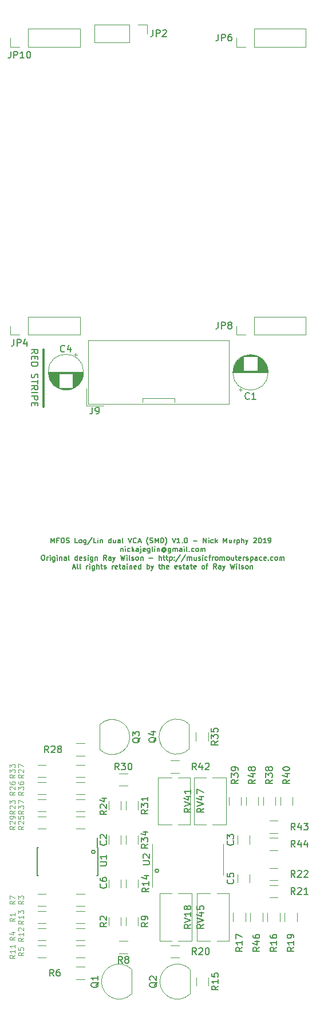
<source format=gbr>
G04 #@! TF.GenerationSoftware,KiCad,Pcbnew,(5.0.1)-4*
G04 #@! TF.CreationDate,2019-03-05T01:37:15-06:00*
G04 #@! TF.ProjectId,vca,7663612E6B696361645F706362000000,rev?*
G04 #@! TF.SameCoordinates,Original*
G04 #@! TF.FileFunction,Legend,Top*
G04 #@! TF.FilePolarity,Positive*
%FSLAX46Y46*%
G04 Gerber Fmt 4.6, Leading zero omitted, Abs format (unit mm)*
G04 Created by KiCad (PCBNEW (5.0.1)-4) date 3/5/2019 1:37:15*
%MOMM*%
%LPD*%
G01*
G04 APERTURE LIST*
%ADD10C,0.150000*%
%ADD11C,0.300000*%
%ADD12C,0.125000*%
%ADD13C,0.200000*%
%ADD14C,0.120000*%
G04 APERTURE END LIST*
D10*
X114125285Y-96428785D02*
X114125285Y-95678785D01*
X114375285Y-96214500D01*
X114625285Y-95678785D01*
X114625285Y-96428785D01*
X115232428Y-96035928D02*
X114982428Y-96035928D01*
X114982428Y-96428785D02*
X114982428Y-95678785D01*
X115339571Y-95678785D01*
X115768142Y-95678785D02*
X115911000Y-95678785D01*
X115982428Y-95714500D01*
X116053857Y-95785928D01*
X116089571Y-95928785D01*
X116089571Y-96178785D01*
X116053857Y-96321642D01*
X115982428Y-96393071D01*
X115911000Y-96428785D01*
X115768142Y-96428785D01*
X115696714Y-96393071D01*
X115625285Y-96321642D01*
X115589571Y-96178785D01*
X115589571Y-95928785D01*
X115625285Y-95785928D01*
X115696714Y-95714500D01*
X115768142Y-95678785D01*
X116375285Y-96393071D02*
X116482428Y-96428785D01*
X116661000Y-96428785D01*
X116732428Y-96393071D01*
X116768142Y-96357357D01*
X116803857Y-96285928D01*
X116803857Y-96214500D01*
X116768142Y-96143071D01*
X116732428Y-96107357D01*
X116661000Y-96071642D01*
X116518142Y-96035928D01*
X116446714Y-96000214D01*
X116411000Y-95964500D01*
X116375285Y-95893071D01*
X116375285Y-95821642D01*
X116411000Y-95750214D01*
X116446714Y-95714500D01*
X116518142Y-95678785D01*
X116696714Y-95678785D01*
X116803857Y-95714500D01*
X118053857Y-96428785D02*
X117696714Y-96428785D01*
X117696714Y-95678785D01*
X118411000Y-96428785D02*
X118339571Y-96393071D01*
X118303857Y-96357357D01*
X118268142Y-96285928D01*
X118268142Y-96071642D01*
X118303857Y-96000214D01*
X118339571Y-95964500D01*
X118411000Y-95928785D01*
X118518142Y-95928785D01*
X118589571Y-95964500D01*
X118625285Y-96000214D01*
X118661000Y-96071642D01*
X118661000Y-96285928D01*
X118625285Y-96357357D01*
X118589571Y-96393071D01*
X118518142Y-96428785D01*
X118411000Y-96428785D01*
X119303857Y-95928785D02*
X119303857Y-96535928D01*
X119268142Y-96607357D01*
X119232428Y-96643071D01*
X119161000Y-96678785D01*
X119053857Y-96678785D01*
X118982428Y-96643071D01*
X119303857Y-96393071D02*
X119232428Y-96428785D01*
X119089571Y-96428785D01*
X119018142Y-96393071D01*
X118982428Y-96357357D01*
X118946714Y-96285928D01*
X118946714Y-96071642D01*
X118982428Y-96000214D01*
X119018142Y-95964500D01*
X119089571Y-95928785D01*
X119232428Y-95928785D01*
X119303857Y-95964500D01*
X120196714Y-95643071D02*
X119553857Y-96607357D01*
X120803857Y-96428785D02*
X120446714Y-96428785D01*
X120446714Y-95678785D01*
X121053857Y-96428785D02*
X121053857Y-95928785D01*
X121053857Y-95678785D02*
X121018142Y-95714500D01*
X121053857Y-95750214D01*
X121089571Y-95714500D01*
X121053857Y-95678785D01*
X121053857Y-95750214D01*
X121411000Y-95928785D02*
X121411000Y-96428785D01*
X121411000Y-96000214D02*
X121446714Y-95964500D01*
X121518142Y-95928785D01*
X121625285Y-95928785D01*
X121696714Y-95964500D01*
X121732428Y-96035928D01*
X121732428Y-96428785D01*
X122982428Y-96428785D02*
X122982428Y-95678785D01*
X122982428Y-96393071D02*
X122911000Y-96428785D01*
X122768142Y-96428785D01*
X122696714Y-96393071D01*
X122661000Y-96357357D01*
X122625285Y-96285928D01*
X122625285Y-96071642D01*
X122661000Y-96000214D01*
X122696714Y-95964500D01*
X122768142Y-95928785D01*
X122911000Y-95928785D01*
X122982428Y-95964500D01*
X123661000Y-95928785D02*
X123661000Y-96428785D01*
X123339571Y-95928785D02*
X123339571Y-96321642D01*
X123375285Y-96393071D01*
X123446714Y-96428785D01*
X123553857Y-96428785D01*
X123625285Y-96393071D01*
X123661000Y-96357357D01*
X124339571Y-96428785D02*
X124339571Y-96035928D01*
X124303857Y-95964500D01*
X124232428Y-95928785D01*
X124089571Y-95928785D01*
X124018142Y-95964500D01*
X124339571Y-96393071D02*
X124268142Y-96428785D01*
X124089571Y-96428785D01*
X124018142Y-96393071D01*
X123982428Y-96321642D01*
X123982428Y-96250214D01*
X124018142Y-96178785D01*
X124089571Y-96143071D01*
X124268142Y-96143071D01*
X124339571Y-96107357D01*
X124803857Y-96428785D02*
X124732428Y-96393071D01*
X124696714Y-96321642D01*
X124696714Y-95678785D01*
X125553857Y-95678785D02*
X125803857Y-96428785D01*
X126053857Y-95678785D01*
X126732428Y-96357357D02*
X126696714Y-96393071D01*
X126589571Y-96428785D01*
X126518142Y-96428785D01*
X126411000Y-96393071D01*
X126339571Y-96321642D01*
X126303857Y-96250214D01*
X126268142Y-96107357D01*
X126268142Y-96000214D01*
X126303857Y-95857357D01*
X126339571Y-95785928D01*
X126411000Y-95714500D01*
X126518142Y-95678785D01*
X126589571Y-95678785D01*
X126696714Y-95714500D01*
X126732428Y-95750214D01*
X127018142Y-96214500D02*
X127375285Y-96214500D01*
X126946714Y-96428785D02*
X127196714Y-95678785D01*
X127446714Y-96428785D01*
X128482428Y-96714500D02*
X128446714Y-96678785D01*
X128375285Y-96571642D01*
X128339571Y-96500214D01*
X128303857Y-96393071D01*
X128268142Y-96214500D01*
X128268142Y-96071642D01*
X128303857Y-95893071D01*
X128339571Y-95785928D01*
X128375285Y-95714500D01*
X128446714Y-95607357D01*
X128482428Y-95571642D01*
X128732428Y-96393071D02*
X128839571Y-96428785D01*
X129018142Y-96428785D01*
X129089571Y-96393071D01*
X129125285Y-96357357D01*
X129161000Y-96285928D01*
X129161000Y-96214500D01*
X129125285Y-96143071D01*
X129089571Y-96107357D01*
X129018142Y-96071642D01*
X128875285Y-96035928D01*
X128803857Y-96000214D01*
X128768142Y-95964500D01*
X128732428Y-95893071D01*
X128732428Y-95821642D01*
X128768142Y-95750214D01*
X128803857Y-95714500D01*
X128875285Y-95678785D01*
X129053857Y-95678785D01*
X129161000Y-95714500D01*
X129482428Y-96428785D02*
X129482428Y-95678785D01*
X129732428Y-96214500D01*
X129982428Y-95678785D01*
X129982428Y-96428785D01*
X130339571Y-96428785D02*
X130339571Y-95678785D01*
X130518142Y-95678785D01*
X130625285Y-95714500D01*
X130696714Y-95785928D01*
X130732428Y-95857357D01*
X130768142Y-96000214D01*
X130768142Y-96107357D01*
X130732428Y-96250214D01*
X130696714Y-96321642D01*
X130625285Y-96393071D01*
X130518142Y-96428785D01*
X130339571Y-96428785D01*
X131018142Y-96714500D02*
X131053857Y-96678785D01*
X131125285Y-96571642D01*
X131161000Y-96500214D01*
X131196714Y-96393071D01*
X131232428Y-96214500D01*
X131232428Y-96071642D01*
X131196714Y-95893071D01*
X131161000Y-95785928D01*
X131125285Y-95714500D01*
X131053857Y-95607357D01*
X131018142Y-95571642D01*
X132053857Y-95678785D02*
X132303857Y-96428785D01*
X132553857Y-95678785D01*
X133196714Y-96428785D02*
X132768142Y-96428785D01*
X132982428Y-96428785D02*
X132982428Y-95678785D01*
X132911000Y-95785928D01*
X132839571Y-95857357D01*
X132768142Y-95893071D01*
X133518142Y-96357357D02*
X133553857Y-96393071D01*
X133518142Y-96428785D01*
X133482428Y-96393071D01*
X133518142Y-96357357D01*
X133518142Y-96428785D01*
X134018142Y-95678785D02*
X134089571Y-95678785D01*
X134161000Y-95714500D01*
X134196714Y-95750214D01*
X134232428Y-95821642D01*
X134268142Y-95964500D01*
X134268142Y-96143071D01*
X134232428Y-96285928D01*
X134196714Y-96357357D01*
X134161000Y-96393071D01*
X134089571Y-96428785D01*
X134018142Y-96428785D01*
X133946714Y-96393071D01*
X133911000Y-96357357D01*
X133875285Y-96285928D01*
X133839571Y-96143071D01*
X133839571Y-95964500D01*
X133875285Y-95821642D01*
X133911000Y-95750214D01*
X133946714Y-95714500D01*
X134018142Y-95678785D01*
X135161000Y-96143071D02*
X135732428Y-96143071D01*
X136661000Y-96428785D02*
X136661000Y-95678785D01*
X137089571Y-96428785D01*
X137089571Y-95678785D01*
X137446714Y-96428785D02*
X137446714Y-95928785D01*
X137446714Y-95678785D02*
X137411000Y-95714500D01*
X137446714Y-95750214D01*
X137482428Y-95714500D01*
X137446714Y-95678785D01*
X137446714Y-95750214D01*
X138125285Y-96393071D02*
X138053857Y-96428785D01*
X137911000Y-96428785D01*
X137839571Y-96393071D01*
X137803857Y-96357357D01*
X137768142Y-96285928D01*
X137768142Y-96071642D01*
X137803857Y-96000214D01*
X137839571Y-95964500D01*
X137911000Y-95928785D01*
X138053857Y-95928785D01*
X138125285Y-95964500D01*
X138446714Y-96428785D02*
X138446714Y-95678785D01*
X138518142Y-96143071D02*
X138732428Y-96428785D01*
X138732428Y-95928785D02*
X138446714Y-96214500D01*
X139625285Y-96428785D02*
X139625285Y-95678785D01*
X139875285Y-96214500D01*
X140125285Y-95678785D01*
X140125285Y-96428785D01*
X140803857Y-95928785D02*
X140803857Y-96428785D01*
X140482428Y-95928785D02*
X140482428Y-96321642D01*
X140518142Y-96393071D01*
X140589571Y-96428785D01*
X140696714Y-96428785D01*
X140768142Y-96393071D01*
X140803857Y-96357357D01*
X141161000Y-96428785D02*
X141161000Y-95928785D01*
X141161000Y-96071642D02*
X141196714Y-96000214D01*
X141232428Y-95964500D01*
X141303857Y-95928785D01*
X141375285Y-95928785D01*
X141625285Y-95928785D02*
X141625285Y-96678785D01*
X141625285Y-95964500D02*
X141696714Y-95928785D01*
X141839571Y-95928785D01*
X141911000Y-95964500D01*
X141946714Y-96000214D01*
X141982428Y-96071642D01*
X141982428Y-96285928D01*
X141946714Y-96357357D01*
X141911000Y-96393071D01*
X141839571Y-96428785D01*
X141696714Y-96428785D01*
X141625285Y-96393071D01*
X142303857Y-96428785D02*
X142303857Y-95678785D01*
X142625285Y-96428785D02*
X142625285Y-96035928D01*
X142589571Y-95964500D01*
X142518142Y-95928785D01*
X142411000Y-95928785D01*
X142339571Y-95964500D01*
X142303857Y-96000214D01*
X142911000Y-95928785D02*
X143089571Y-96428785D01*
X143268142Y-95928785D02*
X143089571Y-96428785D01*
X143018142Y-96607357D01*
X142982428Y-96643071D01*
X142911000Y-96678785D01*
X144089571Y-95750214D02*
X144125285Y-95714500D01*
X144196714Y-95678785D01*
X144375285Y-95678785D01*
X144446714Y-95714500D01*
X144482428Y-95750214D01*
X144518142Y-95821642D01*
X144518142Y-95893071D01*
X144482428Y-96000214D01*
X144053857Y-96428785D01*
X144518142Y-96428785D01*
X144982428Y-95678785D02*
X145053857Y-95678785D01*
X145125285Y-95714500D01*
X145161000Y-95750214D01*
X145196714Y-95821642D01*
X145232428Y-95964500D01*
X145232428Y-96143071D01*
X145196714Y-96285928D01*
X145161000Y-96357357D01*
X145125285Y-96393071D01*
X145053857Y-96428785D01*
X144982428Y-96428785D01*
X144911000Y-96393071D01*
X144875285Y-96357357D01*
X144839571Y-96285928D01*
X144803857Y-96143071D01*
X144803857Y-95964500D01*
X144839571Y-95821642D01*
X144875285Y-95750214D01*
X144911000Y-95714500D01*
X144982428Y-95678785D01*
X145946714Y-96428785D02*
X145518142Y-96428785D01*
X145732428Y-96428785D02*
X145732428Y-95678785D01*
X145661000Y-95785928D01*
X145589571Y-95857357D01*
X145518142Y-95893071D01*
X146303857Y-96428785D02*
X146446714Y-96428785D01*
X146518142Y-96393071D01*
X146553857Y-96357357D01*
X146625285Y-96250214D01*
X146661000Y-96107357D01*
X146661000Y-95821642D01*
X146625285Y-95750214D01*
X146589571Y-95714500D01*
X146518142Y-95678785D01*
X146375285Y-95678785D01*
X146303857Y-95714500D01*
X146268142Y-95750214D01*
X146232428Y-95821642D01*
X146232428Y-96000214D01*
X146268142Y-96071642D01*
X146303857Y-96107357D01*
X146375285Y-96143071D01*
X146518142Y-96143071D01*
X146589571Y-96107357D01*
X146625285Y-96071642D01*
X146661000Y-96000214D01*
X124428857Y-97203785D02*
X124428857Y-97703785D01*
X124428857Y-97275214D02*
X124464571Y-97239500D01*
X124536000Y-97203785D01*
X124643142Y-97203785D01*
X124714571Y-97239500D01*
X124750285Y-97310928D01*
X124750285Y-97703785D01*
X125107428Y-97703785D02*
X125107428Y-97203785D01*
X125107428Y-96953785D02*
X125071714Y-96989500D01*
X125107428Y-97025214D01*
X125143142Y-96989500D01*
X125107428Y-96953785D01*
X125107428Y-97025214D01*
X125786000Y-97668071D02*
X125714571Y-97703785D01*
X125571714Y-97703785D01*
X125500285Y-97668071D01*
X125464571Y-97632357D01*
X125428857Y-97560928D01*
X125428857Y-97346642D01*
X125464571Y-97275214D01*
X125500285Y-97239500D01*
X125571714Y-97203785D01*
X125714571Y-97203785D01*
X125786000Y-97239500D01*
X126107428Y-97703785D02*
X126107428Y-96953785D01*
X126178857Y-97418071D02*
X126393142Y-97703785D01*
X126393142Y-97203785D02*
X126107428Y-97489500D01*
X127036000Y-97703785D02*
X127036000Y-97310928D01*
X127000285Y-97239500D01*
X126928857Y-97203785D01*
X126786000Y-97203785D01*
X126714571Y-97239500D01*
X127036000Y-97668071D02*
X126964571Y-97703785D01*
X126786000Y-97703785D01*
X126714571Y-97668071D01*
X126678857Y-97596642D01*
X126678857Y-97525214D01*
X126714571Y-97453785D01*
X126786000Y-97418071D01*
X126964571Y-97418071D01*
X127036000Y-97382357D01*
X127393142Y-97203785D02*
X127393142Y-97846642D01*
X127357428Y-97918071D01*
X127286000Y-97953785D01*
X127250285Y-97953785D01*
X127393142Y-96953785D02*
X127357428Y-96989500D01*
X127393142Y-97025214D01*
X127428857Y-96989500D01*
X127393142Y-96953785D01*
X127393142Y-97025214D01*
X128036000Y-97668071D02*
X127964571Y-97703785D01*
X127821714Y-97703785D01*
X127750285Y-97668071D01*
X127714571Y-97596642D01*
X127714571Y-97310928D01*
X127750285Y-97239500D01*
X127821714Y-97203785D01*
X127964571Y-97203785D01*
X128036000Y-97239500D01*
X128071714Y-97310928D01*
X128071714Y-97382357D01*
X127714571Y-97453785D01*
X128714571Y-97203785D02*
X128714571Y-97810928D01*
X128678857Y-97882357D01*
X128643142Y-97918071D01*
X128571714Y-97953785D01*
X128464571Y-97953785D01*
X128393142Y-97918071D01*
X128714571Y-97668071D02*
X128643142Y-97703785D01*
X128500285Y-97703785D01*
X128428857Y-97668071D01*
X128393142Y-97632357D01*
X128357428Y-97560928D01*
X128357428Y-97346642D01*
X128393142Y-97275214D01*
X128428857Y-97239500D01*
X128500285Y-97203785D01*
X128643142Y-97203785D01*
X128714571Y-97239500D01*
X129178857Y-97703785D02*
X129107428Y-97668071D01*
X129071714Y-97596642D01*
X129071714Y-96953785D01*
X129464571Y-97703785D02*
X129464571Y-97203785D01*
X129464571Y-96953785D02*
X129428857Y-96989500D01*
X129464571Y-97025214D01*
X129500285Y-96989500D01*
X129464571Y-96953785D01*
X129464571Y-97025214D01*
X129821714Y-97203785D02*
X129821714Y-97703785D01*
X129821714Y-97275214D02*
X129857428Y-97239500D01*
X129928857Y-97203785D01*
X130036000Y-97203785D01*
X130107428Y-97239500D01*
X130143142Y-97310928D01*
X130143142Y-97703785D01*
X130964571Y-97346642D02*
X130928857Y-97310928D01*
X130857428Y-97275214D01*
X130786000Y-97275214D01*
X130714571Y-97310928D01*
X130678857Y-97346642D01*
X130643142Y-97418071D01*
X130643142Y-97489500D01*
X130678857Y-97560928D01*
X130714571Y-97596642D01*
X130786000Y-97632357D01*
X130857428Y-97632357D01*
X130928857Y-97596642D01*
X130964571Y-97560928D01*
X130964571Y-97275214D02*
X130964571Y-97560928D01*
X131000285Y-97596642D01*
X131036000Y-97596642D01*
X131107428Y-97560928D01*
X131143142Y-97489500D01*
X131143142Y-97310928D01*
X131071714Y-97203785D01*
X130964571Y-97132357D01*
X130821714Y-97096642D01*
X130678857Y-97132357D01*
X130571714Y-97203785D01*
X130500285Y-97310928D01*
X130464571Y-97453785D01*
X130500285Y-97596642D01*
X130571714Y-97703785D01*
X130678857Y-97775214D01*
X130821714Y-97810928D01*
X130964571Y-97775214D01*
X131071714Y-97703785D01*
X131786000Y-97203785D02*
X131786000Y-97810928D01*
X131750285Y-97882357D01*
X131714571Y-97918071D01*
X131643142Y-97953785D01*
X131536000Y-97953785D01*
X131464571Y-97918071D01*
X131786000Y-97668071D02*
X131714571Y-97703785D01*
X131571714Y-97703785D01*
X131500285Y-97668071D01*
X131464571Y-97632357D01*
X131428857Y-97560928D01*
X131428857Y-97346642D01*
X131464571Y-97275214D01*
X131500285Y-97239500D01*
X131571714Y-97203785D01*
X131714571Y-97203785D01*
X131786000Y-97239500D01*
X132143142Y-97703785D02*
X132143142Y-97203785D01*
X132143142Y-97275214D02*
X132178857Y-97239500D01*
X132250285Y-97203785D01*
X132357428Y-97203785D01*
X132428857Y-97239500D01*
X132464571Y-97310928D01*
X132464571Y-97703785D01*
X132464571Y-97310928D02*
X132500285Y-97239500D01*
X132571714Y-97203785D01*
X132678857Y-97203785D01*
X132750285Y-97239500D01*
X132786000Y-97310928D01*
X132786000Y-97703785D01*
X133464571Y-97703785D02*
X133464571Y-97310928D01*
X133428857Y-97239500D01*
X133357428Y-97203785D01*
X133214571Y-97203785D01*
X133143142Y-97239500D01*
X133464571Y-97668071D02*
X133393142Y-97703785D01*
X133214571Y-97703785D01*
X133143142Y-97668071D01*
X133107428Y-97596642D01*
X133107428Y-97525214D01*
X133143142Y-97453785D01*
X133214571Y-97418071D01*
X133393142Y-97418071D01*
X133464571Y-97382357D01*
X133821714Y-97703785D02*
X133821714Y-97203785D01*
X133821714Y-96953785D02*
X133786000Y-96989500D01*
X133821714Y-97025214D01*
X133857428Y-96989500D01*
X133821714Y-96953785D01*
X133821714Y-97025214D01*
X134286000Y-97703785D02*
X134214571Y-97668071D01*
X134178857Y-97596642D01*
X134178857Y-96953785D01*
X134571714Y-97632357D02*
X134607428Y-97668071D01*
X134571714Y-97703785D01*
X134536000Y-97668071D01*
X134571714Y-97632357D01*
X134571714Y-97703785D01*
X135250285Y-97668071D02*
X135178857Y-97703785D01*
X135036000Y-97703785D01*
X134964571Y-97668071D01*
X134928857Y-97632357D01*
X134893142Y-97560928D01*
X134893142Y-97346642D01*
X134928857Y-97275214D01*
X134964571Y-97239500D01*
X135036000Y-97203785D01*
X135178857Y-97203785D01*
X135250285Y-97239500D01*
X135678857Y-97703785D02*
X135607428Y-97668071D01*
X135571714Y-97632357D01*
X135536000Y-97560928D01*
X135536000Y-97346642D01*
X135571714Y-97275214D01*
X135607428Y-97239500D01*
X135678857Y-97203785D01*
X135786000Y-97203785D01*
X135857428Y-97239500D01*
X135893142Y-97275214D01*
X135928857Y-97346642D01*
X135928857Y-97560928D01*
X135893142Y-97632357D01*
X135857428Y-97668071D01*
X135786000Y-97703785D01*
X135678857Y-97703785D01*
X136250285Y-97703785D02*
X136250285Y-97203785D01*
X136250285Y-97275214D02*
X136286000Y-97239500D01*
X136357428Y-97203785D01*
X136464571Y-97203785D01*
X136536000Y-97239500D01*
X136571714Y-97310928D01*
X136571714Y-97703785D01*
X136571714Y-97310928D02*
X136607428Y-97239500D01*
X136678857Y-97203785D01*
X136786000Y-97203785D01*
X136857428Y-97239500D01*
X136893142Y-97310928D01*
X136893142Y-97703785D01*
X112875285Y-98228785D02*
X113018142Y-98228785D01*
X113089571Y-98264500D01*
X113161000Y-98335928D01*
X113196714Y-98478785D01*
X113196714Y-98728785D01*
X113161000Y-98871642D01*
X113089571Y-98943071D01*
X113018142Y-98978785D01*
X112875285Y-98978785D01*
X112803857Y-98943071D01*
X112732428Y-98871642D01*
X112696714Y-98728785D01*
X112696714Y-98478785D01*
X112732428Y-98335928D01*
X112803857Y-98264500D01*
X112875285Y-98228785D01*
X113518142Y-98978785D02*
X113518142Y-98478785D01*
X113518142Y-98621642D02*
X113553857Y-98550214D01*
X113589571Y-98514500D01*
X113661000Y-98478785D01*
X113732428Y-98478785D01*
X113982428Y-98978785D02*
X113982428Y-98478785D01*
X113982428Y-98228785D02*
X113946714Y-98264500D01*
X113982428Y-98300214D01*
X114018142Y-98264500D01*
X113982428Y-98228785D01*
X113982428Y-98300214D01*
X114661000Y-98478785D02*
X114661000Y-99085928D01*
X114625285Y-99157357D01*
X114589571Y-99193071D01*
X114518142Y-99228785D01*
X114411000Y-99228785D01*
X114339571Y-99193071D01*
X114661000Y-98943071D02*
X114589571Y-98978785D01*
X114446714Y-98978785D01*
X114375285Y-98943071D01*
X114339571Y-98907357D01*
X114303857Y-98835928D01*
X114303857Y-98621642D01*
X114339571Y-98550214D01*
X114375285Y-98514500D01*
X114446714Y-98478785D01*
X114589571Y-98478785D01*
X114661000Y-98514500D01*
X115018142Y-98978785D02*
X115018142Y-98478785D01*
X115018142Y-98228785D02*
X114982428Y-98264500D01*
X115018142Y-98300214D01*
X115053857Y-98264500D01*
X115018142Y-98228785D01*
X115018142Y-98300214D01*
X115375285Y-98478785D02*
X115375285Y-98978785D01*
X115375285Y-98550214D02*
X115411000Y-98514500D01*
X115482428Y-98478785D01*
X115589571Y-98478785D01*
X115661000Y-98514500D01*
X115696714Y-98585928D01*
X115696714Y-98978785D01*
X116375285Y-98978785D02*
X116375285Y-98585928D01*
X116339571Y-98514500D01*
X116268142Y-98478785D01*
X116125285Y-98478785D01*
X116053857Y-98514500D01*
X116375285Y-98943071D02*
X116303857Y-98978785D01*
X116125285Y-98978785D01*
X116053857Y-98943071D01*
X116018142Y-98871642D01*
X116018142Y-98800214D01*
X116053857Y-98728785D01*
X116125285Y-98693071D01*
X116303857Y-98693071D01*
X116375285Y-98657357D01*
X116839571Y-98978785D02*
X116768142Y-98943071D01*
X116732428Y-98871642D01*
X116732428Y-98228785D01*
X118018142Y-98978785D02*
X118018142Y-98228785D01*
X118018142Y-98943071D02*
X117946714Y-98978785D01*
X117803857Y-98978785D01*
X117732428Y-98943071D01*
X117696714Y-98907357D01*
X117661000Y-98835928D01*
X117661000Y-98621642D01*
X117696714Y-98550214D01*
X117732428Y-98514500D01*
X117803857Y-98478785D01*
X117946714Y-98478785D01*
X118018142Y-98514500D01*
X118661000Y-98943071D02*
X118589571Y-98978785D01*
X118446714Y-98978785D01*
X118375285Y-98943071D01*
X118339571Y-98871642D01*
X118339571Y-98585928D01*
X118375285Y-98514500D01*
X118446714Y-98478785D01*
X118589571Y-98478785D01*
X118661000Y-98514500D01*
X118696714Y-98585928D01*
X118696714Y-98657357D01*
X118339571Y-98728785D01*
X118982428Y-98943071D02*
X119053857Y-98978785D01*
X119196714Y-98978785D01*
X119268142Y-98943071D01*
X119303857Y-98871642D01*
X119303857Y-98835928D01*
X119268142Y-98764500D01*
X119196714Y-98728785D01*
X119089571Y-98728785D01*
X119018142Y-98693071D01*
X118982428Y-98621642D01*
X118982428Y-98585928D01*
X119018142Y-98514500D01*
X119089571Y-98478785D01*
X119196714Y-98478785D01*
X119268142Y-98514500D01*
X119625285Y-98978785D02*
X119625285Y-98478785D01*
X119625285Y-98228785D02*
X119589571Y-98264500D01*
X119625285Y-98300214D01*
X119661000Y-98264500D01*
X119625285Y-98228785D01*
X119625285Y-98300214D01*
X120303857Y-98478785D02*
X120303857Y-99085928D01*
X120268142Y-99157357D01*
X120232428Y-99193071D01*
X120161000Y-99228785D01*
X120053857Y-99228785D01*
X119982428Y-99193071D01*
X120303857Y-98943071D02*
X120232428Y-98978785D01*
X120089571Y-98978785D01*
X120018142Y-98943071D01*
X119982428Y-98907357D01*
X119946714Y-98835928D01*
X119946714Y-98621642D01*
X119982428Y-98550214D01*
X120018142Y-98514500D01*
X120089571Y-98478785D01*
X120232428Y-98478785D01*
X120303857Y-98514500D01*
X120661000Y-98478785D02*
X120661000Y-98978785D01*
X120661000Y-98550214D02*
X120696714Y-98514500D01*
X120768142Y-98478785D01*
X120875285Y-98478785D01*
X120946714Y-98514500D01*
X120982428Y-98585928D01*
X120982428Y-98978785D01*
X122339571Y-98978785D02*
X122089571Y-98621642D01*
X121911000Y-98978785D02*
X121911000Y-98228785D01*
X122196714Y-98228785D01*
X122268142Y-98264500D01*
X122303857Y-98300214D01*
X122339571Y-98371642D01*
X122339571Y-98478785D01*
X122303857Y-98550214D01*
X122268142Y-98585928D01*
X122196714Y-98621642D01*
X121911000Y-98621642D01*
X122982428Y-98978785D02*
X122982428Y-98585928D01*
X122946714Y-98514500D01*
X122875285Y-98478785D01*
X122732428Y-98478785D01*
X122661000Y-98514500D01*
X122982428Y-98943071D02*
X122911000Y-98978785D01*
X122732428Y-98978785D01*
X122661000Y-98943071D01*
X122625285Y-98871642D01*
X122625285Y-98800214D01*
X122661000Y-98728785D01*
X122732428Y-98693071D01*
X122911000Y-98693071D01*
X122982428Y-98657357D01*
X123268142Y-98478785D02*
X123446714Y-98978785D01*
X123625285Y-98478785D02*
X123446714Y-98978785D01*
X123375285Y-99157357D01*
X123339571Y-99193071D01*
X123268142Y-99228785D01*
X124411000Y-98228785D02*
X124589571Y-98978785D01*
X124732428Y-98443071D01*
X124875285Y-98978785D01*
X125053857Y-98228785D01*
X125339571Y-98978785D02*
X125339571Y-98478785D01*
X125339571Y-98228785D02*
X125303857Y-98264500D01*
X125339571Y-98300214D01*
X125375285Y-98264500D01*
X125339571Y-98228785D01*
X125339571Y-98300214D01*
X125803857Y-98978785D02*
X125732428Y-98943071D01*
X125696714Y-98871642D01*
X125696714Y-98228785D01*
X126053857Y-98943071D02*
X126125285Y-98978785D01*
X126268142Y-98978785D01*
X126339571Y-98943071D01*
X126375285Y-98871642D01*
X126375285Y-98835928D01*
X126339571Y-98764500D01*
X126268142Y-98728785D01*
X126161000Y-98728785D01*
X126089571Y-98693071D01*
X126053857Y-98621642D01*
X126053857Y-98585928D01*
X126089571Y-98514500D01*
X126161000Y-98478785D01*
X126268142Y-98478785D01*
X126339571Y-98514500D01*
X126803857Y-98978785D02*
X126732428Y-98943071D01*
X126696714Y-98907357D01*
X126661000Y-98835928D01*
X126661000Y-98621642D01*
X126696714Y-98550214D01*
X126732428Y-98514500D01*
X126803857Y-98478785D01*
X126911000Y-98478785D01*
X126982428Y-98514500D01*
X127018142Y-98550214D01*
X127053857Y-98621642D01*
X127053857Y-98835928D01*
X127018142Y-98907357D01*
X126982428Y-98943071D01*
X126911000Y-98978785D01*
X126803857Y-98978785D01*
X127375285Y-98478785D02*
X127375285Y-98978785D01*
X127375285Y-98550214D02*
X127411000Y-98514500D01*
X127482428Y-98478785D01*
X127589571Y-98478785D01*
X127661000Y-98514500D01*
X127696714Y-98585928D01*
X127696714Y-98978785D01*
X128625285Y-98693071D02*
X129196714Y-98693071D01*
X130125285Y-98978785D02*
X130125285Y-98228785D01*
X130446714Y-98978785D02*
X130446714Y-98585928D01*
X130411000Y-98514500D01*
X130339571Y-98478785D01*
X130232428Y-98478785D01*
X130161000Y-98514500D01*
X130125285Y-98550214D01*
X130696714Y-98478785D02*
X130982428Y-98478785D01*
X130803857Y-98228785D02*
X130803857Y-98871642D01*
X130839571Y-98943071D01*
X130911000Y-98978785D01*
X130982428Y-98978785D01*
X131125285Y-98478785D02*
X131411000Y-98478785D01*
X131232428Y-98228785D02*
X131232428Y-98871642D01*
X131268142Y-98943071D01*
X131339571Y-98978785D01*
X131411000Y-98978785D01*
X131661000Y-98478785D02*
X131661000Y-99228785D01*
X131661000Y-98514500D02*
X131732428Y-98478785D01*
X131875285Y-98478785D01*
X131946714Y-98514500D01*
X131982428Y-98550214D01*
X132018142Y-98621642D01*
X132018142Y-98835928D01*
X131982428Y-98907357D01*
X131946714Y-98943071D01*
X131875285Y-98978785D01*
X131732428Y-98978785D01*
X131661000Y-98943071D01*
X132339571Y-98907357D02*
X132375285Y-98943071D01*
X132339571Y-98978785D01*
X132303857Y-98943071D01*
X132339571Y-98907357D01*
X132339571Y-98978785D01*
X132339571Y-98514500D02*
X132375285Y-98550214D01*
X132339571Y-98585928D01*
X132303857Y-98550214D01*
X132339571Y-98514500D01*
X132339571Y-98585928D01*
X133232428Y-98193071D02*
X132589571Y-99157357D01*
X134018142Y-98193071D02*
X133375285Y-99157357D01*
X134268142Y-98978785D02*
X134268142Y-98478785D01*
X134268142Y-98550214D02*
X134303857Y-98514500D01*
X134375285Y-98478785D01*
X134482428Y-98478785D01*
X134553857Y-98514500D01*
X134589571Y-98585928D01*
X134589571Y-98978785D01*
X134589571Y-98585928D02*
X134625285Y-98514500D01*
X134696714Y-98478785D01*
X134803857Y-98478785D01*
X134875285Y-98514500D01*
X134911000Y-98585928D01*
X134911000Y-98978785D01*
X135589571Y-98478785D02*
X135589571Y-98978785D01*
X135268142Y-98478785D02*
X135268142Y-98871642D01*
X135303857Y-98943071D01*
X135375285Y-98978785D01*
X135482428Y-98978785D01*
X135553857Y-98943071D01*
X135589571Y-98907357D01*
X135911000Y-98943071D02*
X135982428Y-98978785D01*
X136125285Y-98978785D01*
X136196714Y-98943071D01*
X136232428Y-98871642D01*
X136232428Y-98835928D01*
X136196714Y-98764500D01*
X136125285Y-98728785D01*
X136018142Y-98728785D01*
X135946714Y-98693071D01*
X135911000Y-98621642D01*
X135911000Y-98585928D01*
X135946714Y-98514500D01*
X136018142Y-98478785D01*
X136125285Y-98478785D01*
X136196714Y-98514500D01*
X136553857Y-98978785D02*
X136553857Y-98478785D01*
X136553857Y-98228785D02*
X136518142Y-98264500D01*
X136553857Y-98300214D01*
X136589571Y-98264500D01*
X136553857Y-98228785D01*
X136553857Y-98300214D01*
X137232428Y-98943071D02*
X137161000Y-98978785D01*
X137018142Y-98978785D01*
X136946714Y-98943071D01*
X136911000Y-98907357D01*
X136875285Y-98835928D01*
X136875285Y-98621642D01*
X136911000Y-98550214D01*
X136946714Y-98514500D01*
X137018142Y-98478785D01*
X137161000Y-98478785D01*
X137232428Y-98514500D01*
X137446714Y-98478785D02*
X137732428Y-98478785D01*
X137553857Y-98978785D02*
X137553857Y-98335928D01*
X137589571Y-98264500D01*
X137661000Y-98228785D01*
X137732428Y-98228785D01*
X137982428Y-98978785D02*
X137982428Y-98478785D01*
X137982428Y-98621642D02*
X138018142Y-98550214D01*
X138053857Y-98514500D01*
X138125285Y-98478785D01*
X138196714Y-98478785D01*
X138553857Y-98978785D02*
X138482428Y-98943071D01*
X138446714Y-98907357D01*
X138411000Y-98835928D01*
X138411000Y-98621642D01*
X138446714Y-98550214D01*
X138482428Y-98514500D01*
X138553857Y-98478785D01*
X138661000Y-98478785D01*
X138732428Y-98514500D01*
X138768142Y-98550214D01*
X138803857Y-98621642D01*
X138803857Y-98835928D01*
X138768142Y-98907357D01*
X138732428Y-98943071D01*
X138661000Y-98978785D01*
X138553857Y-98978785D01*
X139125285Y-98978785D02*
X139125285Y-98478785D01*
X139125285Y-98550214D02*
X139161000Y-98514500D01*
X139232428Y-98478785D01*
X139339571Y-98478785D01*
X139411000Y-98514500D01*
X139446714Y-98585928D01*
X139446714Y-98978785D01*
X139446714Y-98585928D02*
X139482428Y-98514500D01*
X139553857Y-98478785D01*
X139661000Y-98478785D01*
X139732428Y-98514500D01*
X139768142Y-98585928D01*
X139768142Y-98978785D01*
X140232428Y-98978785D02*
X140161000Y-98943071D01*
X140125285Y-98907357D01*
X140089571Y-98835928D01*
X140089571Y-98621642D01*
X140125285Y-98550214D01*
X140161000Y-98514500D01*
X140232428Y-98478785D01*
X140339571Y-98478785D01*
X140411000Y-98514500D01*
X140446714Y-98550214D01*
X140482428Y-98621642D01*
X140482428Y-98835928D01*
X140446714Y-98907357D01*
X140411000Y-98943071D01*
X140339571Y-98978785D01*
X140232428Y-98978785D01*
X141125285Y-98478785D02*
X141125285Y-98978785D01*
X140803857Y-98478785D02*
X140803857Y-98871642D01*
X140839571Y-98943071D01*
X140911000Y-98978785D01*
X141018142Y-98978785D01*
X141089571Y-98943071D01*
X141125285Y-98907357D01*
X141375285Y-98478785D02*
X141661000Y-98478785D01*
X141482428Y-98228785D02*
X141482428Y-98871642D01*
X141518142Y-98943071D01*
X141589571Y-98978785D01*
X141661000Y-98978785D01*
X142196714Y-98943071D02*
X142125285Y-98978785D01*
X141982428Y-98978785D01*
X141911000Y-98943071D01*
X141875285Y-98871642D01*
X141875285Y-98585928D01*
X141911000Y-98514500D01*
X141982428Y-98478785D01*
X142125285Y-98478785D01*
X142196714Y-98514500D01*
X142232428Y-98585928D01*
X142232428Y-98657357D01*
X141875285Y-98728785D01*
X142553857Y-98978785D02*
X142553857Y-98478785D01*
X142553857Y-98621642D02*
X142589571Y-98550214D01*
X142625285Y-98514500D01*
X142696714Y-98478785D01*
X142768142Y-98478785D01*
X142982428Y-98943071D02*
X143053857Y-98978785D01*
X143196714Y-98978785D01*
X143268142Y-98943071D01*
X143303857Y-98871642D01*
X143303857Y-98835928D01*
X143268142Y-98764500D01*
X143196714Y-98728785D01*
X143089571Y-98728785D01*
X143018142Y-98693071D01*
X142982428Y-98621642D01*
X142982428Y-98585928D01*
X143018142Y-98514500D01*
X143089571Y-98478785D01*
X143196714Y-98478785D01*
X143268142Y-98514500D01*
X143625285Y-98478785D02*
X143625285Y-99228785D01*
X143625285Y-98514500D02*
X143696714Y-98478785D01*
X143839571Y-98478785D01*
X143911000Y-98514500D01*
X143946714Y-98550214D01*
X143982428Y-98621642D01*
X143982428Y-98835928D01*
X143946714Y-98907357D01*
X143911000Y-98943071D01*
X143839571Y-98978785D01*
X143696714Y-98978785D01*
X143625285Y-98943071D01*
X144625285Y-98978785D02*
X144625285Y-98585928D01*
X144589571Y-98514500D01*
X144518142Y-98478785D01*
X144375285Y-98478785D01*
X144303857Y-98514500D01*
X144625285Y-98943071D02*
X144553857Y-98978785D01*
X144375285Y-98978785D01*
X144303857Y-98943071D01*
X144268142Y-98871642D01*
X144268142Y-98800214D01*
X144303857Y-98728785D01*
X144375285Y-98693071D01*
X144553857Y-98693071D01*
X144625285Y-98657357D01*
X145303857Y-98943071D02*
X145232428Y-98978785D01*
X145089571Y-98978785D01*
X145018142Y-98943071D01*
X144982428Y-98907357D01*
X144946714Y-98835928D01*
X144946714Y-98621642D01*
X144982428Y-98550214D01*
X145018142Y-98514500D01*
X145089571Y-98478785D01*
X145232428Y-98478785D01*
X145303857Y-98514500D01*
X145911000Y-98943071D02*
X145839571Y-98978785D01*
X145696714Y-98978785D01*
X145625285Y-98943071D01*
X145589571Y-98871642D01*
X145589571Y-98585928D01*
X145625285Y-98514500D01*
X145696714Y-98478785D01*
X145839571Y-98478785D01*
X145911000Y-98514500D01*
X145946714Y-98585928D01*
X145946714Y-98657357D01*
X145589571Y-98728785D01*
X146268142Y-98907357D02*
X146303857Y-98943071D01*
X146268142Y-98978785D01*
X146232428Y-98943071D01*
X146268142Y-98907357D01*
X146268142Y-98978785D01*
X146946714Y-98943071D02*
X146875285Y-98978785D01*
X146732428Y-98978785D01*
X146661000Y-98943071D01*
X146625285Y-98907357D01*
X146589571Y-98835928D01*
X146589571Y-98621642D01*
X146625285Y-98550214D01*
X146661000Y-98514500D01*
X146732428Y-98478785D01*
X146875285Y-98478785D01*
X146946714Y-98514500D01*
X147375285Y-98978785D02*
X147303857Y-98943071D01*
X147268142Y-98907357D01*
X147232428Y-98835928D01*
X147232428Y-98621642D01*
X147268142Y-98550214D01*
X147303857Y-98514500D01*
X147375285Y-98478785D01*
X147482428Y-98478785D01*
X147553857Y-98514500D01*
X147589571Y-98550214D01*
X147625285Y-98621642D01*
X147625285Y-98835928D01*
X147589571Y-98907357D01*
X147553857Y-98943071D01*
X147482428Y-98978785D01*
X147375285Y-98978785D01*
X147946714Y-98978785D02*
X147946714Y-98478785D01*
X147946714Y-98550214D02*
X147982428Y-98514500D01*
X148053857Y-98478785D01*
X148161000Y-98478785D01*
X148232428Y-98514500D01*
X148268142Y-98585928D01*
X148268142Y-98978785D01*
X148268142Y-98585928D02*
X148303857Y-98514500D01*
X148375285Y-98478785D01*
X148482428Y-98478785D01*
X148553857Y-98514500D01*
X148589571Y-98585928D01*
X148589571Y-98978785D01*
X117357428Y-100039500D02*
X117714571Y-100039500D01*
X117285999Y-100253785D02*
X117535999Y-99503785D01*
X117785999Y-100253785D01*
X118143142Y-100253785D02*
X118071714Y-100218071D01*
X118035999Y-100146642D01*
X118035999Y-99503785D01*
X118535999Y-100253785D02*
X118464571Y-100218071D01*
X118428857Y-100146642D01*
X118428857Y-99503785D01*
X119393142Y-100253785D02*
X119393142Y-99753785D01*
X119393142Y-99896642D02*
X119428857Y-99825214D01*
X119464571Y-99789500D01*
X119535999Y-99753785D01*
X119607428Y-99753785D01*
X119857428Y-100253785D02*
X119857428Y-99753785D01*
X119857428Y-99503785D02*
X119821714Y-99539500D01*
X119857428Y-99575214D01*
X119893142Y-99539500D01*
X119857428Y-99503785D01*
X119857428Y-99575214D01*
X120535999Y-99753785D02*
X120535999Y-100360928D01*
X120500285Y-100432357D01*
X120464571Y-100468071D01*
X120393142Y-100503785D01*
X120285999Y-100503785D01*
X120214571Y-100468071D01*
X120535999Y-100218071D02*
X120464571Y-100253785D01*
X120321714Y-100253785D01*
X120250285Y-100218071D01*
X120214571Y-100182357D01*
X120178857Y-100110928D01*
X120178857Y-99896642D01*
X120214571Y-99825214D01*
X120250285Y-99789500D01*
X120321714Y-99753785D01*
X120464571Y-99753785D01*
X120535999Y-99789500D01*
X120893142Y-100253785D02*
X120893142Y-99503785D01*
X121214571Y-100253785D02*
X121214571Y-99860928D01*
X121178857Y-99789500D01*
X121107428Y-99753785D01*
X121000285Y-99753785D01*
X120928857Y-99789500D01*
X120893142Y-99825214D01*
X121464571Y-99753785D02*
X121750285Y-99753785D01*
X121571714Y-99503785D02*
X121571714Y-100146642D01*
X121607428Y-100218071D01*
X121678857Y-100253785D01*
X121750285Y-100253785D01*
X121964571Y-100218071D02*
X122035999Y-100253785D01*
X122178857Y-100253785D01*
X122250285Y-100218071D01*
X122285999Y-100146642D01*
X122285999Y-100110928D01*
X122250285Y-100039500D01*
X122178857Y-100003785D01*
X122071714Y-100003785D01*
X122000285Y-99968071D01*
X121964571Y-99896642D01*
X121964571Y-99860928D01*
X122000285Y-99789500D01*
X122071714Y-99753785D01*
X122178857Y-99753785D01*
X122250285Y-99789500D01*
X123178857Y-100253785D02*
X123178857Y-99753785D01*
X123178857Y-99896642D02*
X123214571Y-99825214D01*
X123250285Y-99789500D01*
X123321714Y-99753785D01*
X123393142Y-99753785D01*
X123928857Y-100218071D02*
X123857428Y-100253785D01*
X123714571Y-100253785D01*
X123643142Y-100218071D01*
X123607428Y-100146642D01*
X123607428Y-99860928D01*
X123643142Y-99789500D01*
X123714571Y-99753785D01*
X123857428Y-99753785D01*
X123928857Y-99789500D01*
X123964571Y-99860928D01*
X123964571Y-99932357D01*
X123607428Y-100003785D01*
X124178857Y-99753785D02*
X124464571Y-99753785D01*
X124285999Y-99503785D02*
X124285999Y-100146642D01*
X124321714Y-100218071D01*
X124393142Y-100253785D01*
X124464571Y-100253785D01*
X125035999Y-100253785D02*
X125035999Y-99860928D01*
X125000285Y-99789500D01*
X124928857Y-99753785D01*
X124785999Y-99753785D01*
X124714571Y-99789500D01*
X125035999Y-100218071D02*
X124964571Y-100253785D01*
X124785999Y-100253785D01*
X124714571Y-100218071D01*
X124678857Y-100146642D01*
X124678857Y-100075214D01*
X124714571Y-100003785D01*
X124785999Y-99968071D01*
X124964571Y-99968071D01*
X125035999Y-99932357D01*
X125393142Y-100253785D02*
X125393142Y-99753785D01*
X125393142Y-99503785D02*
X125357428Y-99539500D01*
X125393142Y-99575214D01*
X125428857Y-99539500D01*
X125393142Y-99503785D01*
X125393142Y-99575214D01*
X125750285Y-99753785D02*
X125750285Y-100253785D01*
X125750285Y-99825214D02*
X125785999Y-99789500D01*
X125857428Y-99753785D01*
X125964571Y-99753785D01*
X126035999Y-99789500D01*
X126071714Y-99860928D01*
X126071714Y-100253785D01*
X126714571Y-100218071D02*
X126643142Y-100253785D01*
X126500285Y-100253785D01*
X126428857Y-100218071D01*
X126393142Y-100146642D01*
X126393142Y-99860928D01*
X126428857Y-99789500D01*
X126500285Y-99753785D01*
X126643142Y-99753785D01*
X126714571Y-99789500D01*
X126750285Y-99860928D01*
X126750285Y-99932357D01*
X126393142Y-100003785D01*
X127393142Y-100253785D02*
X127393142Y-99503785D01*
X127393142Y-100218071D02*
X127321714Y-100253785D01*
X127178857Y-100253785D01*
X127107428Y-100218071D01*
X127071714Y-100182357D01*
X127035999Y-100110928D01*
X127035999Y-99896642D01*
X127071714Y-99825214D01*
X127107428Y-99789500D01*
X127178857Y-99753785D01*
X127321714Y-99753785D01*
X127393142Y-99789500D01*
X128321714Y-100253785D02*
X128321714Y-99503785D01*
X128321714Y-99789500D02*
X128393142Y-99753785D01*
X128535999Y-99753785D01*
X128607428Y-99789500D01*
X128643142Y-99825214D01*
X128678857Y-99896642D01*
X128678857Y-100110928D01*
X128643142Y-100182357D01*
X128607428Y-100218071D01*
X128535999Y-100253785D01*
X128393142Y-100253785D01*
X128321714Y-100218071D01*
X128928857Y-99753785D02*
X129107428Y-100253785D01*
X129285999Y-99753785D02*
X129107428Y-100253785D01*
X129035999Y-100432357D01*
X129000285Y-100468071D01*
X128928857Y-100503785D01*
X130035999Y-99753785D02*
X130321714Y-99753785D01*
X130143142Y-99503785D02*
X130143142Y-100146642D01*
X130178857Y-100218071D01*
X130250285Y-100253785D01*
X130321714Y-100253785D01*
X130571714Y-100253785D02*
X130571714Y-99503785D01*
X130893142Y-100253785D02*
X130893142Y-99860928D01*
X130857428Y-99789500D01*
X130785999Y-99753785D01*
X130678857Y-99753785D01*
X130607428Y-99789500D01*
X130571714Y-99825214D01*
X131535999Y-100218071D02*
X131464571Y-100253785D01*
X131321714Y-100253785D01*
X131250285Y-100218071D01*
X131214571Y-100146642D01*
X131214571Y-99860928D01*
X131250285Y-99789500D01*
X131321714Y-99753785D01*
X131464571Y-99753785D01*
X131535999Y-99789500D01*
X131571714Y-99860928D01*
X131571714Y-99932357D01*
X131214571Y-100003785D01*
X132750285Y-100218071D02*
X132678857Y-100253785D01*
X132535999Y-100253785D01*
X132464571Y-100218071D01*
X132428857Y-100146642D01*
X132428857Y-99860928D01*
X132464571Y-99789500D01*
X132535999Y-99753785D01*
X132678857Y-99753785D01*
X132750285Y-99789500D01*
X132785999Y-99860928D01*
X132785999Y-99932357D01*
X132428857Y-100003785D01*
X133071714Y-100218071D02*
X133143142Y-100253785D01*
X133285999Y-100253785D01*
X133357428Y-100218071D01*
X133393142Y-100146642D01*
X133393142Y-100110928D01*
X133357428Y-100039500D01*
X133285999Y-100003785D01*
X133178857Y-100003785D01*
X133107428Y-99968071D01*
X133071714Y-99896642D01*
X133071714Y-99860928D01*
X133107428Y-99789500D01*
X133178857Y-99753785D01*
X133285999Y-99753785D01*
X133357428Y-99789500D01*
X133607428Y-99753785D02*
X133893142Y-99753785D01*
X133714571Y-99503785D02*
X133714571Y-100146642D01*
X133750285Y-100218071D01*
X133821714Y-100253785D01*
X133893142Y-100253785D01*
X134464571Y-100253785D02*
X134464571Y-99860928D01*
X134428857Y-99789500D01*
X134357428Y-99753785D01*
X134214571Y-99753785D01*
X134143142Y-99789500D01*
X134464571Y-100218071D02*
X134393142Y-100253785D01*
X134214571Y-100253785D01*
X134143142Y-100218071D01*
X134107428Y-100146642D01*
X134107428Y-100075214D01*
X134143142Y-100003785D01*
X134214571Y-99968071D01*
X134393142Y-99968071D01*
X134464571Y-99932357D01*
X134714571Y-99753785D02*
X135000285Y-99753785D01*
X134821714Y-99503785D02*
X134821714Y-100146642D01*
X134857428Y-100218071D01*
X134928857Y-100253785D01*
X135000285Y-100253785D01*
X135536000Y-100218071D02*
X135464571Y-100253785D01*
X135321714Y-100253785D01*
X135250285Y-100218071D01*
X135214571Y-100146642D01*
X135214571Y-99860928D01*
X135250285Y-99789500D01*
X135321714Y-99753785D01*
X135464571Y-99753785D01*
X135536000Y-99789500D01*
X135571714Y-99860928D01*
X135571714Y-99932357D01*
X135214571Y-100003785D01*
X136571714Y-100253785D02*
X136500285Y-100218071D01*
X136464571Y-100182357D01*
X136428857Y-100110928D01*
X136428857Y-99896642D01*
X136464571Y-99825214D01*
X136500285Y-99789500D01*
X136571714Y-99753785D01*
X136678857Y-99753785D01*
X136750285Y-99789500D01*
X136786000Y-99825214D01*
X136821714Y-99896642D01*
X136821714Y-100110928D01*
X136786000Y-100182357D01*
X136750285Y-100218071D01*
X136678857Y-100253785D01*
X136571714Y-100253785D01*
X137036000Y-99753785D02*
X137321714Y-99753785D01*
X137143142Y-100253785D02*
X137143142Y-99610928D01*
X137178857Y-99539500D01*
X137250285Y-99503785D01*
X137321714Y-99503785D01*
X138571714Y-100253785D02*
X138321714Y-99896642D01*
X138143142Y-100253785D02*
X138143142Y-99503785D01*
X138428857Y-99503785D01*
X138500285Y-99539500D01*
X138536000Y-99575214D01*
X138571714Y-99646642D01*
X138571714Y-99753785D01*
X138536000Y-99825214D01*
X138500285Y-99860928D01*
X138428857Y-99896642D01*
X138143142Y-99896642D01*
X139214571Y-100253785D02*
X139214571Y-99860928D01*
X139178857Y-99789500D01*
X139107428Y-99753785D01*
X138964571Y-99753785D01*
X138893142Y-99789500D01*
X139214571Y-100218071D02*
X139143142Y-100253785D01*
X138964571Y-100253785D01*
X138893142Y-100218071D01*
X138857428Y-100146642D01*
X138857428Y-100075214D01*
X138893142Y-100003785D01*
X138964571Y-99968071D01*
X139143142Y-99968071D01*
X139214571Y-99932357D01*
X139500285Y-99753785D02*
X139678857Y-100253785D01*
X139857428Y-99753785D02*
X139678857Y-100253785D01*
X139607428Y-100432357D01*
X139571714Y-100468071D01*
X139500285Y-100503785D01*
X140643142Y-99503785D02*
X140821714Y-100253785D01*
X140964571Y-99718071D01*
X141107428Y-100253785D01*
X141286000Y-99503785D01*
X141571714Y-100253785D02*
X141571714Y-99753785D01*
X141571714Y-99503785D02*
X141536000Y-99539500D01*
X141571714Y-99575214D01*
X141607428Y-99539500D01*
X141571714Y-99503785D01*
X141571714Y-99575214D01*
X142036000Y-100253785D02*
X141964571Y-100218071D01*
X141928857Y-100146642D01*
X141928857Y-99503785D01*
X142286000Y-100218071D02*
X142357428Y-100253785D01*
X142500285Y-100253785D01*
X142571714Y-100218071D01*
X142607428Y-100146642D01*
X142607428Y-100110928D01*
X142571714Y-100039500D01*
X142500285Y-100003785D01*
X142393142Y-100003785D01*
X142321714Y-99968071D01*
X142286000Y-99896642D01*
X142286000Y-99860928D01*
X142321714Y-99789500D01*
X142393142Y-99753785D01*
X142500285Y-99753785D01*
X142571714Y-99789500D01*
X143036000Y-100253785D02*
X142964571Y-100218071D01*
X142928857Y-100182357D01*
X142893142Y-100110928D01*
X142893142Y-99896642D01*
X142928857Y-99825214D01*
X142964571Y-99789500D01*
X143036000Y-99753785D01*
X143143142Y-99753785D01*
X143214571Y-99789500D01*
X143250285Y-99825214D01*
X143286000Y-99896642D01*
X143286000Y-100110928D01*
X143250285Y-100182357D01*
X143214571Y-100218071D01*
X143143142Y-100253785D01*
X143036000Y-100253785D01*
X143607428Y-99753785D02*
X143607428Y-100253785D01*
X143607428Y-99825214D02*
X143643142Y-99789500D01*
X143714571Y-99753785D01*
X143821714Y-99753785D01*
X143893142Y-99789500D01*
X143928857Y-99860928D01*
X143928857Y-100253785D01*
D11*
X113000000Y-67846000D02*
X113000000Y-76346000D01*
D10*
X111197619Y-68424571D02*
X111673809Y-68091238D01*
X111197619Y-67853142D02*
X112197619Y-67853142D01*
X112197619Y-68234095D01*
X112150000Y-68329333D01*
X112102380Y-68376952D01*
X112007142Y-68424571D01*
X111864285Y-68424571D01*
X111769047Y-68376952D01*
X111721428Y-68329333D01*
X111673809Y-68234095D01*
X111673809Y-67853142D01*
X111721428Y-68853142D02*
X111721428Y-69186476D01*
X111197619Y-69329333D02*
X111197619Y-68853142D01*
X112197619Y-68853142D01*
X112197619Y-69329333D01*
X111197619Y-69757904D02*
X112197619Y-69757904D01*
X112197619Y-69996000D01*
X112150000Y-70138857D01*
X112054761Y-70234095D01*
X111959523Y-70281714D01*
X111769047Y-70329333D01*
X111626190Y-70329333D01*
X111435714Y-70281714D01*
X111340476Y-70234095D01*
X111245238Y-70138857D01*
X111197619Y-69996000D01*
X111197619Y-69757904D01*
X111245238Y-71472190D02*
X111197619Y-71615047D01*
X111197619Y-71853142D01*
X111245238Y-71948380D01*
X111292857Y-71996000D01*
X111388095Y-72043619D01*
X111483333Y-72043619D01*
X111578571Y-71996000D01*
X111626190Y-71948380D01*
X111673809Y-71853142D01*
X111721428Y-71662666D01*
X111769047Y-71567428D01*
X111816666Y-71519809D01*
X111911904Y-71472190D01*
X112007142Y-71472190D01*
X112102380Y-71519809D01*
X112150000Y-71567428D01*
X112197619Y-71662666D01*
X112197619Y-71900761D01*
X112150000Y-72043619D01*
X112197619Y-72329333D02*
X112197619Y-72900761D01*
X111197619Y-72615047D02*
X112197619Y-72615047D01*
X111197619Y-73805523D02*
X111673809Y-73472190D01*
X111197619Y-73234095D02*
X112197619Y-73234095D01*
X112197619Y-73615047D01*
X112150000Y-73710285D01*
X112102380Y-73757904D01*
X112007142Y-73805523D01*
X111864285Y-73805523D01*
X111769047Y-73757904D01*
X111721428Y-73710285D01*
X111673809Y-73615047D01*
X111673809Y-73234095D01*
X111197619Y-74234095D02*
X112197619Y-74234095D01*
X111197619Y-74710285D02*
X112197619Y-74710285D01*
X112197619Y-75091238D01*
X112150000Y-75186476D01*
X112102380Y-75234095D01*
X112007142Y-75281714D01*
X111864285Y-75281714D01*
X111769047Y-75234095D01*
X111721428Y-75186476D01*
X111673809Y-75091238D01*
X111673809Y-74710285D01*
X111721428Y-75710285D02*
X111721428Y-76043619D01*
X111197619Y-76186476D02*
X111197619Y-75710285D01*
X112197619Y-75710285D01*
X112197619Y-76186476D01*
D12*
X127676500Y-75078500D02*
X132375500Y-75078500D01*
X132375500Y-75650000D02*
X132375500Y-75078500D01*
X127676500Y-75650000D02*
X127676500Y-75078500D01*
D13*
X120628000Y-142071000D02*
G75*
G03X120628000Y-142071000I-254000J0D01*
G01*
X130026000Y-144865000D02*
G75*
G03X130026000Y-144865000I-254000J0D01*
G01*
D14*
G04 #@! TO.C,Q2*
X134658478Y-159409522D02*
G75*
G03X130220000Y-161248000I-1838478J-1838478D01*
G01*
X134658478Y-163086478D02*
G75*
G02X130220000Y-161248000I-1838478J1838478D01*
G01*
X134670000Y-163048000D02*
X134670000Y-159448000D01*
G04 #@! TO.C,Q1*
X126022478Y-159409522D02*
G75*
G03X121584000Y-161248000I-1838478J-1838478D01*
G01*
X126022478Y-163086478D02*
G75*
G02X121584000Y-161248000I-1838478J1838478D01*
G01*
X126034000Y-163048000D02*
X126034000Y-159448000D01*
G04 #@! TO.C,Q4*
X134531478Y-123214522D02*
G75*
G03X130093000Y-125053000I-1838478J-1838478D01*
G01*
X134531478Y-126891478D02*
G75*
G02X130093000Y-125053000I-1838478J1838478D01*
G01*
X134543000Y-126853000D02*
X134543000Y-123253000D01*
G04 #@! TO.C,Q3*
X121329522Y-126954978D02*
G75*
G03X125768000Y-125116500I1838478J1838478D01*
G01*
X121329522Y-123278022D02*
G75*
G02X125768000Y-125116500I1838478J-1838478D01*
G01*
X121318000Y-123316500D02*
X121318000Y-126916500D01*
G04 #@! TO.C,C3*
X141689000Y-139690936D02*
X141689000Y-140895064D01*
X143509000Y-139690936D02*
X143509000Y-140895064D01*
G04 #@! TO.C,C5*
X141689000Y-145405936D02*
X141689000Y-146610064D01*
X143509000Y-145405936D02*
X143509000Y-146610064D01*
G04 #@! TO.C,C1*
X141890000Y-73779775D02*
X142390000Y-73779775D01*
X142140000Y-74029775D02*
X142140000Y-73529775D01*
X143331000Y-68624000D02*
X143899000Y-68624000D01*
X143097000Y-68664000D02*
X144133000Y-68664000D01*
X142938000Y-68704000D02*
X144292000Y-68704000D01*
X142810000Y-68744000D02*
X144420000Y-68744000D01*
X142700000Y-68784000D02*
X144530000Y-68784000D01*
X142604000Y-68824000D02*
X144626000Y-68824000D01*
X142517000Y-68864000D02*
X144713000Y-68864000D01*
X142437000Y-68904000D02*
X144793000Y-68904000D01*
X144655000Y-68944000D02*
X144866000Y-68944000D01*
X142364000Y-68944000D02*
X142575000Y-68944000D01*
X144655000Y-68984000D02*
X144934000Y-68984000D01*
X142296000Y-68984000D02*
X142575000Y-68984000D01*
X144655000Y-69024000D02*
X144998000Y-69024000D01*
X142232000Y-69024000D02*
X142575000Y-69024000D01*
X144655000Y-69064000D02*
X145058000Y-69064000D01*
X142172000Y-69064000D02*
X142575000Y-69064000D01*
X144655000Y-69104000D02*
X145115000Y-69104000D01*
X142115000Y-69104000D02*
X142575000Y-69104000D01*
X144655000Y-69144000D02*
X145169000Y-69144000D01*
X142061000Y-69144000D02*
X142575000Y-69144000D01*
X144655000Y-69184000D02*
X145220000Y-69184000D01*
X142010000Y-69184000D02*
X142575000Y-69184000D01*
X144655000Y-69224000D02*
X145268000Y-69224000D01*
X141962000Y-69224000D02*
X142575000Y-69224000D01*
X144655000Y-69264000D02*
X145314000Y-69264000D01*
X141916000Y-69264000D02*
X142575000Y-69264000D01*
X144655000Y-69304000D02*
X145358000Y-69304000D01*
X141872000Y-69304000D02*
X142575000Y-69304000D01*
X144655000Y-69344000D02*
X145400000Y-69344000D01*
X141830000Y-69344000D02*
X142575000Y-69344000D01*
X144655000Y-69384000D02*
X145441000Y-69384000D01*
X141789000Y-69384000D02*
X142575000Y-69384000D01*
X144655000Y-69424000D02*
X145479000Y-69424000D01*
X141751000Y-69424000D02*
X142575000Y-69424000D01*
X144655000Y-69464000D02*
X145516000Y-69464000D01*
X141714000Y-69464000D02*
X142575000Y-69464000D01*
X144655000Y-69504000D02*
X145552000Y-69504000D01*
X141678000Y-69504000D02*
X142575000Y-69504000D01*
X144655000Y-69544000D02*
X145586000Y-69544000D01*
X141644000Y-69544000D02*
X142575000Y-69544000D01*
X144655000Y-69584000D02*
X145619000Y-69584000D01*
X141611000Y-69584000D02*
X142575000Y-69584000D01*
X144655000Y-69624000D02*
X145650000Y-69624000D01*
X141580000Y-69624000D02*
X142575000Y-69624000D01*
X144655000Y-69664000D02*
X145680000Y-69664000D01*
X141550000Y-69664000D02*
X142575000Y-69664000D01*
X144655000Y-69704000D02*
X145710000Y-69704000D01*
X141520000Y-69704000D02*
X142575000Y-69704000D01*
X144655000Y-69744000D02*
X145737000Y-69744000D01*
X141493000Y-69744000D02*
X142575000Y-69744000D01*
X144655000Y-69784000D02*
X145764000Y-69784000D01*
X141466000Y-69784000D02*
X142575000Y-69784000D01*
X144655000Y-69824000D02*
X145790000Y-69824000D01*
X141440000Y-69824000D02*
X142575000Y-69824000D01*
X144655000Y-69864000D02*
X145815000Y-69864000D01*
X141415000Y-69864000D02*
X142575000Y-69864000D01*
X144655000Y-69904000D02*
X145839000Y-69904000D01*
X141391000Y-69904000D02*
X142575000Y-69904000D01*
X144655000Y-69944000D02*
X145862000Y-69944000D01*
X141368000Y-69944000D02*
X142575000Y-69944000D01*
X144655000Y-69984000D02*
X145883000Y-69984000D01*
X141347000Y-69984000D02*
X142575000Y-69984000D01*
X144655000Y-70024000D02*
X145905000Y-70024000D01*
X141325000Y-70024000D02*
X142575000Y-70024000D01*
X144655000Y-70064000D02*
X145925000Y-70064000D01*
X141305000Y-70064000D02*
X142575000Y-70064000D01*
X144655000Y-70104000D02*
X145944000Y-70104000D01*
X141286000Y-70104000D02*
X142575000Y-70104000D01*
X144655000Y-70144000D02*
X145963000Y-70144000D01*
X141267000Y-70144000D02*
X142575000Y-70144000D01*
X144655000Y-70184000D02*
X145980000Y-70184000D01*
X141250000Y-70184000D02*
X142575000Y-70184000D01*
X144655000Y-70224000D02*
X145997000Y-70224000D01*
X141233000Y-70224000D02*
X142575000Y-70224000D01*
X144655000Y-70264000D02*
X146013000Y-70264000D01*
X141217000Y-70264000D02*
X142575000Y-70264000D01*
X144655000Y-70304000D02*
X146029000Y-70304000D01*
X141201000Y-70304000D02*
X142575000Y-70304000D01*
X144655000Y-70344000D02*
X146043000Y-70344000D01*
X141187000Y-70344000D02*
X142575000Y-70344000D01*
X144655000Y-70384000D02*
X146057000Y-70384000D01*
X141173000Y-70384000D02*
X142575000Y-70384000D01*
X144655000Y-70424000D02*
X146070000Y-70424000D01*
X141160000Y-70424000D02*
X142575000Y-70424000D01*
X144655000Y-70464000D02*
X146083000Y-70464000D01*
X141147000Y-70464000D02*
X142575000Y-70464000D01*
X144655000Y-70504000D02*
X146095000Y-70504000D01*
X141135000Y-70504000D02*
X142575000Y-70504000D01*
X144655000Y-70545000D02*
X146106000Y-70545000D01*
X141124000Y-70545000D02*
X142575000Y-70545000D01*
X144655000Y-70585000D02*
X146116000Y-70585000D01*
X141114000Y-70585000D02*
X142575000Y-70585000D01*
X144655000Y-70625000D02*
X146126000Y-70625000D01*
X141104000Y-70625000D02*
X142575000Y-70625000D01*
X144655000Y-70665000D02*
X146135000Y-70665000D01*
X141095000Y-70665000D02*
X142575000Y-70665000D01*
X144655000Y-70705000D02*
X146143000Y-70705000D01*
X141087000Y-70705000D02*
X142575000Y-70705000D01*
X144655000Y-70745000D02*
X146151000Y-70745000D01*
X141079000Y-70745000D02*
X142575000Y-70745000D01*
X144655000Y-70785000D02*
X146158000Y-70785000D01*
X141072000Y-70785000D02*
X142575000Y-70785000D01*
X144655000Y-70825000D02*
X146165000Y-70825000D01*
X141065000Y-70825000D02*
X142575000Y-70825000D01*
X144655000Y-70865000D02*
X146171000Y-70865000D01*
X141059000Y-70865000D02*
X142575000Y-70865000D01*
X144655000Y-70905000D02*
X146176000Y-70905000D01*
X141054000Y-70905000D02*
X142575000Y-70905000D01*
X144655000Y-70945000D02*
X146180000Y-70945000D01*
X141050000Y-70945000D02*
X142575000Y-70945000D01*
X144655000Y-70985000D02*
X146184000Y-70985000D01*
X141046000Y-70985000D02*
X142575000Y-70985000D01*
X141042000Y-71025000D02*
X146188000Y-71025000D01*
X141039000Y-71065000D02*
X146191000Y-71065000D01*
X141037000Y-71105000D02*
X146193000Y-71105000D01*
X141036000Y-71145000D02*
X146194000Y-71145000D01*
X141035000Y-71185000D02*
X146195000Y-71185000D01*
X141035000Y-71225000D02*
X146195000Y-71225000D01*
X146235000Y-71225000D02*
G75*
G03X146235000Y-71225000I-2620000J0D01*
G01*
G04 #@! TO.C,C2*
X124459000Y-140895064D02*
X124459000Y-139690936D01*
X122639000Y-140895064D02*
X122639000Y-139690936D01*
G04 #@! TO.C,C6*
X124459000Y-147372064D02*
X124459000Y-146167936D01*
X122639000Y-147372064D02*
X122639000Y-146167936D01*
G04 #@! TO.C,J9*
X119346000Y-76130000D02*
X119346000Y-73590000D01*
X119346000Y-76130000D02*
X121886000Y-76130000D01*
X119596000Y-75880000D02*
X119596000Y-66530000D01*
X140456000Y-75880000D02*
X119596000Y-75880000D01*
X140456000Y-66530000D02*
X140456000Y-75880000D01*
X119596000Y-66530000D02*
X140456000Y-66530000D01*
G04 #@! TO.C,R1*
X113356064Y-150813000D02*
X112151936Y-150813000D01*
X113356064Y-152633000D02*
X112151936Y-152633000D01*
G04 #@! TO.C,R2*
X122639000Y-151755936D02*
X122639000Y-152960064D01*
X124459000Y-151755936D02*
X124459000Y-152960064D01*
G04 #@! TO.C,R3*
X119071064Y-148273000D02*
X117866936Y-148273000D01*
X119071064Y-150093000D02*
X117866936Y-150093000D01*
G04 #@! TO.C,R4*
X113356064Y-153353000D02*
X112151936Y-153353000D01*
X113356064Y-155173000D02*
X112151936Y-155173000D01*
G04 #@! TO.C,R5*
X117866936Y-157713000D02*
X119071064Y-157713000D01*
X117866936Y-155893000D02*
X119071064Y-155893000D01*
G04 #@! TO.C,R6*
X117866936Y-160888000D02*
X119071064Y-160888000D01*
X117866936Y-159068000D02*
X119071064Y-159068000D01*
G04 #@! TO.C,R7*
X113356064Y-148273000D02*
X112151936Y-148273000D01*
X113356064Y-150093000D02*
X112151936Y-150093000D01*
G04 #@! TO.C,R8*
X125421064Y-155258000D02*
X124216936Y-155258000D01*
X125421064Y-157078000D02*
X124216936Y-157078000D01*
G04 #@! TO.C,R9*
X125179000Y-151755936D02*
X125179000Y-152960064D01*
X126999000Y-151755936D02*
X126999000Y-152960064D01*
G04 #@! TO.C,R11*
X113356064Y-155893000D02*
X112151936Y-155893000D01*
X113356064Y-157713000D02*
X112151936Y-157713000D01*
G04 #@! TO.C,R12*
X117866936Y-155173000D02*
X119071064Y-155173000D01*
X117866936Y-153353000D02*
X119071064Y-153353000D01*
G04 #@! TO.C,R13*
X119071064Y-150813000D02*
X117866936Y-150813000D01*
X119071064Y-152633000D02*
X117866936Y-152633000D01*
G04 #@! TO.C,R14*
X125179000Y-146167936D02*
X125179000Y-147372064D01*
X126999000Y-146167936D02*
X126999000Y-147372064D01*
G04 #@! TO.C,R15*
X137413000Y-161850064D02*
X137413000Y-160645936D01*
X135593000Y-161850064D02*
X135593000Y-160645936D01*
G04 #@! TO.C,R16*
X146134000Y-151120936D02*
X146134000Y-152325064D01*
X147954000Y-151120936D02*
X147954000Y-152325064D01*
G04 #@! TO.C,R17*
X142874000Y-152325064D02*
X142874000Y-151120936D01*
X141054000Y-152325064D02*
X141054000Y-151120936D01*
G04 #@! TO.C,R19*
X148674000Y-151120936D02*
X148674000Y-152325064D01*
X150494000Y-151120936D02*
X150494000Y-152325064D01*
G04 #@! TO.C,R20*
X131836936Y-157713000D02*
X133041064Y-157713000D01*
X131836936Y-155893000D02*
X133041064Y-155893000D01*
G04 #@! TO.C,R21*
X146441936Y-148823000D02*
X147646064Y-148823000D01*
X146441936Y-147003000D02*
X147646064Y-147003000D01*
G04 #@! TO.C,R22*
X147646064Y-144463000D02*
X146441936Y-144463000D01*
X147646064Y-146283000D02*
X146441936Y-146283000D01*
G04 #@! TO.C,R23*
X113356064Y-134303000D02*
X112151936Y-134303000D01*
X113356064Y-136123000D02*
X112151936Y-136123000D01*
G04 #@! TO.C,R24*
X124459000Y-135815064D02*
X124459000Y-134610936D01*
X122639000Y-135815064D02*
X122639000Y-134610936D01*
G04 #@! TO.C,R25*
X119071064Y-136843000D02*
X117866936Y-136843000D01*
X119071064Y-138663000D02*
X117866936Y-138663000D01*
G04 #@! TO.C,R26*
X113356064Y-131763000D02*
X112151936Y-131763000D01*
X113356064Y-133583000D02*
X112151936Y-133583000D01*
G04 #@! TO.C,R27*
X117866936Y-131043000D02*
X119071064Y-131043000D01*
X117866936Y-129223000D02*
X119071064Y-129223000D01*
G04 #@! TO.C,R28*
X117866936Y-127868000D02*
X119071064Y-127868000D01*
X117866936Y-126048000D02*
X119071064Y-126048000D01*
G04 #@! TO.C,R29*
X113356064Y-136843000D02*
X112151936Y-136843000D01*
X113356064Y-138663000D02*
X112151936Y-138663000D01*
G04 #@! TO.C,R30*
X125421064Y-130493000D02*
X124216936Y-130493000D01*
X125421064Y-132313000D02*
X124216936Y-132313000D01*
G04 #@! TO.C,R31*
X126999000Y-135815064D02*
X126999000Y-134610936D01*
X125179000Y-135815064D02*
X125179000Y-134610936D01*
G04 #@! TO.C,R33*
X113356064Y-129223000D02*
X112151936Y-129223000D01*
X113356064Y-131043000D02*
X112151936Y-131043000D01*
G04 #@! TO.C,R34*
X126999000Y-140895064D02*
X126999000Y-139690936D01*
X125179000Y-140895064D02*
X125179000Y-139690936D01*
G04 #@! TO.C,R35*
X135529500Y-124450936D02*
X135529500Y-125655064D01*
X137349500Y-124450936D02*
X137349500Y-125655064D01*
G04 #@! TO.C,R36*
X117866936Y-133583000D02*
X119071064Y-133583000D01*
X117866936Y-131763000D02*
X119071064Y-131763000D01*
G04 #@! TO.C,R37*
X119071064Y-134303000D02*
X117866936Y-134303000D01*
X119071064Y-136123000D02*
X117866936Y-136123000D01*
G04 #@! TO.C,R38*
X147319000Y-135180064D02*
X147319000Y-133975936D01*
X145499000Y-135180064D02*
X145499000Y-133975936D01*
G04 #@! TO.C,R39*
X140419000Y-133975936D02*
X140419000Y-135180064D01*
X142239000Y-133975936D02*
X142239000Y-135180064D01*
G04 #@! TO.C,R40*
X149859000Y-135180064D02*
X149859000Y-133975936D01*
X148039000Y-135180064D02*
X148039000Y-133975936D01*
G04 #@! TO.C,R42*
X131836936Y-130408000D02*
X133041064Y-130408000D01*
X131836936Y-128588000D02*
X133041064Y-128588000D01*
G04 #@! TO.C,R43*
X147646064Y-137478000D02*
X146441936Y-137478000D01*
X147646064Y-139298000D02*
X146441936Y-139298000D01*
G04 #@! TO.C,R44*
X146441936Y-141838000D02*
X147646064Y-141838000D01*
X146441936Y-140018000D02*
X147646064Y-140018000D01*
G04 #@! TO.C,R46*
X143594000Y-151120936D02*
X143594000Y-152325064D01*
X145414000Y-151120936D02*
X145414000Y-152325064D01*
G04 #@! TO.C,R48*
X144779000Y-135180064D02*
X144779000Y-133975936D01*
X142959000Y-135180064D02*
X142959000Y-133975936D01*
G04 #@! TO.C,RV18*
X132935000Y-148248000D02*
X134899000Y-148248000D01*
X130159000Y-148248000D02*
X131945000Y-148248000D01*
X132935000Y-155198000D02*
X134899000Y-155198000D01*
X130159000Y-155198000D02*
X131945000Y-155198000D01*
X134899000Y-155198000D02*
X134899000Y-148248000D01*
X130159000Y-155198000D02*
X130159000Y-148248000D01*
G04 #@! TO.C,RV41*
X131943000Y-138053000D02*
X129979000Y-138053000D01*
X134719000Y-138053000D02*
X132933000Y-138053000D01*
X131943000Y-131103000D02*
X129979000Y-131103000D01*
X134719000Y-131103000D02*
X132933000Y-131103000D01*
X129979000Y-131103000D02*
X129979000Y-138053000D01*
X134719000Y-131103000D02*
X134719000Y-138053000D01*
G04 #@! TO.C,RV45*
X137658000Y-155198000D02*
X135694000Y-155198000D01*
X140434000Y-155198000D02*
X138648000Y-155198000D01*
X137658000Y-148248000D02*
X135694000Y-148248000D01*
X140434000Y-148248000D02*
X138648000Y-148248000D01*
X135694000Y-148248000D02*
X135694000Y-155198000D01*
X140434000Y-148248000D02*
X140434000Y-155198000D01*
G04 #@! TO.C,RV47*
X138015000Y-131103000D02*
X139979000Y-131103000D01*
X135239000Y-131103000D02*
X137025000Y-131103000D01*
X138015000Y-138053000D02*
X139979000Y-138053000D01*
X135239000Y-138053000D02*
X137025000Y-138053000D01*
X139979000Y-138053000D02*
X139979000Y-131103000D01*
X135239000Y-138053000D02*
X135239000Y-131103000D01*
D10*
G04 #@! TO.C,U1*
X120989000Y-141393000D02*
X120989000Y-140018000D01*
X112114000Y-141393000D02*
X112114000Y-145543000D01*
X121014000Y-141393000D02*
X121014000Y-145543000D01*
X112114000Y-141393000D02*
X112229000Y-141393000D01*
X112114000Y-145543000D02*
X112229000Y-145543000D01*
X121014000Y-145543000D02*
X120899000Y-145543000D01*
X121014000Y-141393000D02*
X120989000Y-141393000D01*
D14*
G04 #@! TO.C,C4*
X118035000Y-68630225D02*
X117535000Y-68630225D01*
X117785000Y-68380225D02*
X117785000Y-68880225D01*
X116594000Y-73786000D02*
X116026000Y-73786000D01*
X116828000Y-73746000D02*
X115792000Y-73746000D01*
X116987000Y-73706000D02*
X115633000Y-73706000D01*
X117115000Y-73666000D02*
X115505000Y-73666000D01*
X117225000Y-73626000D02*
X115395000Y-73626000D01*
X117321000Y-73586000D02*
X115299000Y-73586000D01*
X117408000Y-73546000D02*
X115212000Y-73546000D01*
X117488000Y-73506000D02*
X115132000Y-73506000D01*
X115270000Y-73466000D02*
X115059000Y-73466000D01*
X117561000Y-73466000D02*
X117350000Y-73466000D01*
X115270000Y-73426000D02*
X114991000Y-73426000D01*
X117629000Y-73426000D02*
X117350000Y-73426000D01*
X115270000Y-73386000D02*
X114927000Y-73386000D01*
X117693000Y-73386000D02*
X117350000Y-73386000D01*
X115270000Y-73346000D02*
X114867000Y-73346000D01*
X117753000Y-73346000D02*
X117350000Y-73346000D01*
X115270000Y-73306000D02*
X114810000Y-73306000D01*
X117810000Y-73306000D02*
X117350000Y-73306000D01*
X115270000Y-73266000D02*
X114756000Y-73266000D01*
X117864000Y-73266000D02*
X117350000Y-73266000D01*
X115270000Y-73226000D02*
X114705000Y-73226000D01*
X117915000Y-73226000D02*
X117350000Y-73226000D01*
X115270000Y-73186000D02*
X114657000Y-73186000D01*
X117963000Y-73186000D02*
X117350000Y-73186000D01*
X115270000Y-73146000D02*
X114611000Y-73146000D01*
X118009000Y-73146000D02*
X117350000Y-73146000D01*
X115270000Y-73106000D02*
X114567000Y-73106000D01*
X118053000Y-73106000D02*
X117350000Y-73106000D01*
X115270000Y-73066000D02*
X114525000Y-73066000D01*
X118095000Y-73066000D02*
X117350000Y-73066000D01*
X115270000Y-73026000D02*
X114484000Y-73026000D01*
X118136000Y-73026000D02*
X117350000Y-73026000D01*
X115270000Y-72986000D02*
X114446000Y-72986000D01*
X118174000Y-72986000D02*
X117350000Y-72986000D01*
X115270000Y-72946000D02*
X114409000Y-72946000D01*
X118211000Y-72946000D02*
X117350000Y-72946000D01*
X115270000Y-72906000D02*
X114373000Y-72906000D01*
X118247000Y-72906000D02*
X117350000Y-72906000D01*
X115270000Y-72866000D02*
X114339000Y-72866000D01*
X118281000Y-72866000D02*
X117350000Y-72866000D01*
X115270000Y-72826000D02*
X114306000Y-72826000D01*
X118314000Y-72826000D02*
X117350000Y-72826000D01*
X115270000Y-72786000D02*
X114275000Y-72786000D01*
X118345000Y-72786000D02*
X117350000Y-72786000D01*
X115270000Y-72746000D02*
X114245000Y-72746000D01*
X118375000Y-72746000D02*
X117350000Y-72746000D01*
X115270000Y-72706000D02*
X114215000Y-72706000D01*
X118405000Y-72706000D02*
X117350000Y-72706000D01*
X115270000Y-72666000D02*
X114188000Y-72666000D01*
X118432000Y-72666000D02*
X117350000Y-72666000D01*
X115270000Y-72626000D02*
X114161000Y-72626000D01*
X118459000Y-72626000D02*
X117350000Y-72626000D01*
X115270000Y-72586000D02*
X114135000Y-72586000D01*
X118485000Y-72586000D02*
X117350000Y-72586000D01*
X115270000Y-72546000D02*
X114110000Y-72546000D01*
X118510000Y-72546000D02*
X117350000Y-72546000D01*
X115270000Y-72506000D02*
X114086000Y-72506000D01*
X118534000Y-72506000D02*
X117350000Y-72506000D01*
X115270000Y-72466000D02*
X114063000Y-72466000D01*
X118557000Y-72466000D02*
X117350000Y-72466000D01*
X115270000Y-72426000D02*
X114042000Y-72426000D01*
X118578000Y-72426000D02*
X117350000Y-72426000D01*
X115270000Y-72386000D02*
X114020000Y-72386000D01*
X118600000Y-72386000D02*
X117350000Y-72386000D01*
X115270000Y-72346000D02*
X114000000Y-72346000D01*
X118620000Y-72346000D02*
X117350000Y-72346000D01*
X115270000Y-72306000D02*
X113981000Y-72306000D01*
X118639000Y-72306000D02*
X117350000Y-72306000D01*
X115270000Y-72266000D02*
X113962000Y-72266000D01*
X118658000Y-72266000D02*
X117350000Y-72266000D01*
X115270000Y-72226000D02*
X113945000Y-72226000D01*
X118675000Y-72226000D02*
X117350000Y-72226000D01*
X115270000Y-72186000D02*
X113928000Y-72186000D01*
X118692000Y-72186000D02*
X117350000Y-72186000D01*
X115270000Y-72146000D02*
X113912000Y-72146000D01*
X118708000Y-72146000D02*
X117350000Y-72146000D01*
X115270000Y-72106000D02*
X113896000Y-72106000D01*
X118724000Y-72106000D02*
X117350000Y-72106000D01*
X115270000Y-72066000D02*
X113882000Y-72066000D01*
X118738000Y-72066000D02*
X117350000Y-72066000D01*
X115270000Y-72026000D02*
X113868000Y-72026000D01*
X118752000Y-72026000D02*
X117350000Y-72026000D01*
X115270000Y-71986000D02*
X113855000Y-71986000D01*
X118765000Y-71986000D02*
X117350000Y-71986000D01*
X115270000Y-71946000D02*
X113842000Y-71946000D01*
X118778000Y-71946000D02*
X117350000Y-71946000D01*
X115270000Y-71906000D02*
X113830000Y-71906000D01*
X118790000Y-71906000D02*
X117350000Y-71906000D01*
X115270000Y-71865000D02*
X113819000Y-71865000D01*
X118801000Y-71865000D02*
X117350000Y-71865000D01*
X115270000Y-71825000D02*
X113809000Y-71825000D01*
X118811000Y-71825000D02*
X117350000Y-71825000D01*
X115270000Y-71785000D02*
X113799000Y-71785000D01*
X118821000Y-71785000D02*
X117350000Y-71785000D01*
X115270000Y-71745000D02*
X113790000Y-71745000D01*
X118830000Y-71745000D02*
X117350000Y-71745000D01*
X115270000Y-71705000D02*
X113782000Y-71705000D01*
X118838000Y-71705000D02*
X117350000Y-71705000D01*
X115270000Y-71665000D02*
X113774000Y-71665000D01*
X118846000Y-71665000D02*
X117350000Y-71665000D01*
X115270000Y-71625000D02*
X113767000Y-71625000D01*
X118853000Y-71625000D02*
X117350000Y-71625000D01*
X115270000Y-71585000D02*
X113760000Y-71585000D01*
X118860000Y-71585000D02*
X117350000Y-71585000D01*
X115270000Y-71545000D02*
X113754000Y-71545000D01*
X118866000Y-71545000D02*
X117350000Y-71545000D01*
X115270000Y-71505000D02*
X113749000Y-71505000D01*
X118871000Y-71505000D02*
X117350000Y-71505000D01*
X115270000Y-71465000D02*
X113745000Y-71465000D01*
X118875000Y-71465000D02*
X117350000Y-71465000D01*
X115270000Y-71425000D02*
X113741000Y-71425000D01*
X118879000Y-71425000D02*
X117350000Y-71425000D01*
X118883000Y-71385000D02*
X113737000Y-71385000D01*
X118886000Y-71345000D02*
X113734000Y-71345000D01*
X118888000Y-71305000D02*
X113732000Y-71305000D01*
X118889000Y-71265000D02*
X113731000Y-71265000D01*
X118890000Y-71225000D02*
X113730000Y-71225000D01*
X118890000Y-71185000D02*
X113730000Y-71185000D01*
X118930000Y-71185000D02*
G75*
G03X118930000Y-71185000I-2620000J0D01*
G01*
G04 #@! TO.C,JP2*
X128308000Y-19837000D02*
X128308000Y-21167000D01*
X126978000Y-19837000D02*
X128308000Y-19837000D01*
X125708000Y-19837000D02*
X125708000Y-22497000D01*
X125708000Y-22497000D02*
X120568000Y-22497000D01*
X125708000Y-19837000D02*
X120568000Y-19837000D01*
X120568000Y-19837000D02*
X120568000Y-22497000D01*
G04 #@! TO.C,JP4*
X108122000Y-65677000D02*
X108122000Y-64347000D01*
X109452000Y-65677000D02*
X108122000Y-65677000D01*
X110722000Y-65677000D02*
X110722000Y-63017000D01*
X110722000Y-63017000D02*
X118402000Y-63017000D01*
X110722000Y-65677000D02*
X118402000Y-65677000D01*
X118402000Y-65677000D02*
X118402000Y-63017000D01*
G04 #@! TO.C,JP6*
X141523000Y-23132000D02*
X141523000Y-21802000D01*
X142853000Y-23132000D02*
X141523000Y-23132000D01*
X144123000Y-23132000D02*
X144123000Y-20472000D01*
X144123000Y-20472000D02*
X151803000Y-20472000D01*
X144123000Y-23132000D02*
X151803000Y-23132000D01*
X151803000Y-23132000D02*
X151803000Y-20472000D01*
G04 #@! TO.C,JP8*
X141523000Y-65677000D02*
X141523000Y-64347000D01*
X142853000Y-65677000D02*
X141523000Y-65677000D01*
X144123000Y-65677000D02*
X144123000Y-63017000D01*
X144123000Y-63017000D02*
X151803000Y-63017000D01*
X144123000Y-65677000D02*
X151803000Y-65677000D01*
X151803000Y-65677000D02*
X151803000Y-63017000D01*
G04 #@! TO.C,JP10*
X108122000Y-23132000D02*
X108122000Y-21802000D01*
X109452000Y-23132000D02*
X108122000Y-23132000D01*
X110722000Y-23132000D02*
X110722000Y-20472000D01*
X110722000Y-20472000D02*
X118402000Y-20472000D01*
X110722000Y-23132000D02*
X118402000Y-23132000D01*
X118402000Y-23132000D02*
X118402000Y-20472000D01*
G04 #@! TO.C,U2*
X129084000Y-143214000D02*
X129084000Y-147264000D01*
X129084000Y-143214000D02*
X129084000Y-140939000D01*
X139604000Y-143214000D02*
X139604000Y-145489000D01*
X139604000Y-143214000D02*
X139604000Y-140939000D01*
G04 #@! TD*
G04 #@! TO.C,Q2*
D10*
X129807619Y-161343238D02*
X129760000Y-161438476D01*
X129664761Y-161533714D01*
X129521904Y-161676571D01*
X129474285Y-161771809D01*
X129474285Y-161867047D01*
X129712380Y-161819428D02*
X129664761Y-161914666D01*
X129569523Y-162009904D01*
X129379047Y-162057523D01*
X129045714Y-162057523D01*
X128855238Y-162009904D01*
X128760000Y-161914666D01*
X128712380Y-161819428D01*
X128712380Y-161628952D01*
X128760000Y-161533714D01*
X128855238Y-161438476D01*
X129045714Y-161390857D01*
X129379047Y-161390857D01*
X129569523Y-161438476D01*
X129664761Y-161533714D01*
X129712380Y-161628952D01*
X129712380Y-161819428D01*
X128807619Y-161009904D02*
X128760000Y-160962285D01*
X128712380Y-160867047D01*
X128712380Y-160628952D01*
X128760000Y-160533714D01*
X128807619Y-160486095D01*
X128902857Y-160438476D01*
X128998095Y-160438476D01*
X129140952Y-160486095D01*
X129712380Y-161057523D01*
X129712380Y-160438476D01*
G04 #@! TO.C,Q1*
X121171619Y-161343238D02*
X121124000Y-161438476D01*
X121028761Y-161533714D01*
X120885904Y-161676571D01*
X120838285Y-161771809D01*
X120838285Y-161867047D01*
X121076380Y-161819428D02*
X121028761Y-161914666D01*
X120933523Y-162009904D01*
X120743047Y-162057523D01*
X120409714Y-162057523D01*
X120219238Y-162009904D01*
X120124000Y-161914666D01*
X120076380Y-161819428D01*
X120076380Y-161628952D01*
X120124000Y-161533714D01*
X120219238Y-161438476D01*
X120409714Y-161390857D01*
X120743047Y-161390857D01*
X120933523Y-161438476D01*
X121028761Y-161533714D01*
X121076380Y-161628952D01*
X121076380Y-161819428D01*
X121076380Y-160438476D02*
X121076380Y-161009904D01*
X121076380Y-160724190D02*
X120076380Y-160724190D01*
X120219238Y-160819428D01*
X120314476Y-160914666D01*
X120362095Y-161009904D01*
G04 #@! TO.C,Q4*
X129680619Y-125148238D02*
X129633000Y-125243476D01*
X129537761Y-125338714D01*
X129394904Y-125481571D01*
X129347285Y-125576809D01*
X129347285Y-125672047D01*
X129585380Y-125624428D02*
X129537761Y-125719666D01*
X129442523Y-125814904D01*
X129252047Y-125862523D01*
X128918714Y-125862523D01*
X128728238Y-125814904D01*
X128633000Y-125719666D01*
X128585380Y-125624428D01*
X128585380Y-125433952D01*
X128633000Y-125338714D01*
X128728238Y-125243476D01*
X128918714Y-125195857D01*
X129252047Y-125195857D01*
X129442523Y-125243476D01*
X129537761Y-125338714D01*
X129585380Y-125433952D01*
X129585380Y-125624428D01*
X128918714Y-124338714D02*
X129585380Y-124338714D01*
X128537761Y-124576809D02*
X129252047Y-124814904D01*
X129252047Y-124195857D01*
G04 #@! TO.C,Q3*
X127275619Y-125211738D02*
X127228000Y-125306976D01*
X127132761Y-125402214D01*
X126989904Y-125545071D01*
X126942285Y-125640309D01*
X126942285Y-125735547D01*
X127180380Y-125687928D02*
X127132761Y-125783166D01*
X127037523Y-125878404D01*
X126847047Y-125926023D01*
X126513714Y-125926023D01*
X126323238Y-125878404D01*
X126228000Y-125783166D01*
X126180380Y-125687928D01*
X126180380Y-125497452D01*
X126228000Y-125402214D01*
X126323238Y-125306976D01*
X126513714Y-125259357D01*
X126847047Y-125259357D01*
X127037523Y-125306976D01*
X127132761Y-125402214D01*
X127180380Y-125497452D01*
X127180380Y-125687928D01*
X126180380Y-124926023D02*
X126180380Y-124306976D01*
X126561333Y-124640309D01*
X126561333Y-124497452D01*
X126608952Y-124402214D01*
X126656571Y-124354595D01*
X126751809Y-124306976D01*
X126989904Y-124306976D01*
X127085142Y-124354595D01*
X127132761Y-124402214D01*
X127180380Y-124497452D01*
X127180380Y-124783166D01*
X127132761Y-124878404D01*
X127085142Y-124926023D01*
G04 #@! TO.C,C3*
X141051142Y-140459666D02*
X141098761Y-140507285D01*
X141146380Y-140650142D01*
X141146380Y-140745380D01*
X141098761Y-140888238D01*
X141003523Y-140983476D01*
X140908285Y-141031095D01*
X140717809Y-141078714D01*
X140574952Y-141078714D01*
X140384476Y-141031095D01*
X140289238Y-140983476D01*
X140194000Y-140888238D01*
X140146380Y-140745380D01*
X140146380Y-140650142D01*
X140194000Y-140507285D01*
X140241619Y-140459666D01*
X140146380Y-140126333D02*
X140146380Y-139507285D01*
X140527333Y-139840619D01*
X140527333Y-139697761D01*
X140574952Y-139602523D01*
X140622571Y-139554904D01*
X140717809Y-139507285D01*
X140955904Y-139507285D01*
X141051142Y-139554904D01*
X141098761Y-139602523D01*
X141146380Y-139697761D01*
X141146380Y-139983476D01*
X141098761Y-140078714D01*
X141051142Y-140126333D01*
G04 #@! TO.C,C5*
X141051142Y-146174666D02*
X141098761Y-146222285D01*
X141146380Y-146365142D01*
X141146380Y-146460380D01*
X141098761Y-146603238D01*
X141003523Y-146698476D01*
X140908285Y-146746095D01*
X140717809Y-146793714D01*
X140574952Y-146793714D01*
X140384476Y-146746095D01*
X140289238Y-146698476D01*
X140194000Y-146603238D01*
X140146380Y-146460380D01*
X140146380Y-146365142D01*
X140194000Y-146222285D01*
X140241619Y-146174666D01*
X140146380Y-145269904D02*
X140146380Y-145746095D01*
X140622571Y-145793714D01*
X140574952Y-145746095D01*
X140527333Y-145650857D01*
X140527333Y-145412761D01*
X140574952Y-145317523D01*
X140622571Y-145269904D01*
X140717809Y-145222285D01*
X140955904Y-145222285D01*
X141051142Y-145269904D01*
X141098761Y-145317523D01*
X141146380Y-145412761D01*
X141146380Y-145650857D01*
X141098761Y-145746095D01*
X141051142Y-145793714D01*
G04 #@! TO.C,C1*
X143448333Y-75118142D02*
X143400714Y-75165761D01*
X143257857Y-75213380D01*
X143162619Y-75213380D01*
X143019761Y-75165761D01*
X142924523Y-75070523D01*
X142876904Y-74975285D01*
X142829285Y-74784809D01*
X142829285Y-74641952D01*
X142876904Y-74451476D01*
X142924523Y-74356238D01*
X143019761Y-74261000D01*
X143162619Y-74213380D01*
X143257857Y-74213380D01*
X143400714Y-74261000D01*
X143448333Y-74308619D01*
X144400714Y-75213380D02*
X143829285Y-75213380D01*
X144115000Y-75213380D02*
X144115000Y-74213380D01*
X144019761Y-74356238D01*
X143924523Y-74451476D01*
X143829285Y-74499095D01*
G04 #@! TO.C,C2*
X122255142Y-140459666D02*
X122302761Y-140507285D01*
X122350380Y-140650142D01*
X122350380Y-140745380D01*
X122302761Y-140888238D01*
X122207523Y-140983476D01*
X122112285Y-141031095D01*
X121921809Y-141078714D01*
X121778952Y-141078714D01*
X121588476Y-141031095D01*
X121493238Y-140983476D01*
X121398000Y-140888238D01*
X121350380Y-140745380D01*
X121350380Y-140650142D01*
X121398000Y-140507285D01*
X121445619Y-140459666D01*
X121445619Y-140078714D02*
X121398000Y-140031095D01*
X121350380Y-139935857D01*
X121350380Y-139697761D01*
X121398000Y-139602523D01*
X121445619Y-139554904D01*
X121540857Y-139507285D01*
X121636095Y-139507285D01*
X121778952Y-139554904D01*
X122350380Y-140126333D01*
X122350380Y-139507285D01*
G04 #@! TO.C,C6*
X122255142Y-146809666D02*
X122302761Y-146857285D01*
X122350380Y-147000142D01*
X122350380Y-147095380D01*
X122302761Y-147238238D01*
X122207523Y-147333476D01*
X122112285Y-147381095D01*
X121921809Y-147428714D01*
X121778952Y-147428714D01*
X121588476Y-147381095D01*
X121493238Y-147333476D01*
X121398000Y-147238238D01*
X121350380Y-147095380D01*
X121350380Y-147000142D01*
X121398000Y-146857285D01*
X121445619Y-146809666D01*
X121350380Y-145952523D02*
X121350380Y-146143000D01*
X121398000Y-146238238D01*
X121445619Y-146285857D01*
X121588476Y-146381095D01*
X121778952Y-146428714D01*
X122159904Y-146428714D01*
X122255142Y-146381095D01*
X122302761Y-146333476D01*
X122350380Y-146238238D01*
X122350380Y-146047761D01*
X122302761Y-145952523D01*
X122255142Y-145904904D01*
X122159904Y-145857285D01*
X121921809Y-145857285D01*
X121826571Y-145904904D01*
X121778952Y-145952523D01*
X121731333Y-146047761D01*
X121731333Y-146238238D01*
X121778952Y-146333476D01*
X121826571Y-146381095D01*
X121921809Y-146428714D01*
G04 #@! TO.C,J9*
X120231166Y-76372380D02*
X120231166Y-77086666D01*
X120183547Y-77229523D01*
X120088309Y-77324761D01*
X119945452Y-77372380D01*
X119850214Y-77372380D01*
X120754976Y-77372380D02*
X120945452Y-77372380D01*
X121040690Y-77324761D01*
X121088309Y-77277142D01*
X121183547Y-77134285D01*
X121231166Y-76943809D01*
X121231166Y-76562857D01*
X121183547Y-76467619D01*
X121135928Y-76420000D01*
X121040690Y-76372380D01*
X120850214Y-76372380D01*
X120754976Y-76420000D01*
X120707357Y-76467619D01*
X120659738Y-76562857D01*
X120659738Y-76800952D01*
X120707357Y-76896190D01*
X120754976Y-76943809D01*
X120850214Y-76991428D01*
X121040690Y-76991428D01*
X121135928Y-76943809D01*
X121183547Y-76896190D01*
X121231166Y-76800952D01*
G04 #@! TO.C,R1*
D12*
X108797904Y-151856333D02*
X108416952Y-152123000D01*
X108797904Y-152313476D02*
X107997904Y-152313476D01*
X107997904Y-152008714D01*
X108036000Y-151932523D01*
X108074095Y-151894428D01*
X108150285Y-151856333D01*
X108264571Y-151856333D01*
X108340761Y-151894428D01*
X108378857Y-151932523D01*
X108416952Y-152008714D01*
X108416952Y-152313476D01*
X108797904Y-151094428D02*
X108797904Y-151551571D01*
X108797904Y-151323000D02*
X107997904Y-151323000D01*
X108112190Y-151399190D01*
X108188380Y-151475380D01*
X108226476Y-151551571D01*
G04 #@! TO.C,R2*
D10*
X122350380Y-152524666D02*
X121874190Y-152858000D01*
X122350380Y-153096095D02*
X121350380Y-153096095D01*
X121350380Y-152715142D01*
X121398000Y-152619904D01*
X121445619Y-152572285D01*
X121540857Y-152524666D01*
X121683714Y-152524666D01*
X121778952Y-152572285D01*
X121826571Y-152619904D01*
X121874190Y-152715142D01*
X121874190Y-153096095D01*
X121445619Y-152143714D02*
X121398000Y-152096095D01*
X121350380Y-152000857D01*
X121350380Y-151762761D01*
X121398000Y-151667523D01*
X121445619Y-151619904D01*
X121540857Y-151572285D01*
X121636095Y-151572285D01*
X121778952Y-151619904D01*
X122350380Y-152191333D01*
X122350380Y-151572285D01*
G04 #@! TO.C,R3*
D12*
X110067904Y-149316333D02*
X109686952Y-149583000D01*
X110067904Y-149773476D02*
X109267904Y-149773476D01*
X109267904Y-149468714D01*
X109306000Y-149392523D01*
X109344095Y-149354428D01*
X109420285Y-149316333D01*
X109534571Y-149316333D01*
X109610761Y-149354428D01*
X109648857Y-149392523D01*
X109686952Y-149468714D01*
X109686952Y-149773476D01*
X109267904Y-149049666D02*
X109267904Y-148554428D01*
X109572666Y-148821095D01*
X109572666Y-148706809D01*
X109610761Y-148630619D01*
X109648857Y-148592523D01*
X109725047Y-148554428D01*
X109915523Y-148554428D01*
X109991714Y-148592523D01*
X110029809Y-148630619D01*
X110067904Y-148706809D01*
X110067904Y-148935380D01*
X110029809Y-149011571D01*
X109991714Y-149049666D01*
G04 #@! TO.C,R4*
X108797904Y-154650333D02*
X108416952Y-154917000D01*
X108797904Y-155107476D02*
X107997904Y-155107476D01*
X107997904Y-154802714D01*
X108036000Y-154726523D01*
X108074095Y-154688428D01*
X108150285Y-154650333D01*
X108264571Y-154650333D01*
X108340761Y-154688428D01*
X108378857Y-154726523D01*
X108416952Y-154802714D01*
X108416952Y-155107476D01*
X108264571Y-153964619D02*
X108797904Y-153964619D01*
X107959809Y-154155095D02*
X108531238Y-154345571D01*
X108531238Y-153850333D01*
G04 #@! TO.C,R5*
X110067904Y-156936333D02*
X109686952Y-157203000D01*
X110067904Y-157393476D02*
X109267904Y-157393476D01*
X109267904Y-157088714D01*
X109306000Y-157012523D01*
X109344095Y-156974428D01*
X109420285Y-156936333D01*
X109534571Y-156936333D01*
X109610761Y-156974428D01*
X109648857Y-157012523D01*
X109686952Y-157088714D01*
X109686952Y-157393476D01*
X109267904Y-156212523D02*
X109267904Y-156593476D01*
X109648857Y-156631571D01*
X109610761Y-156593476D01*
X109572666Y-156517285D01*
X109572666Y-156326809D01*
X109610761Y-156250619D01*
X109648857Y-156212523D01*
X109725047Y-156174428D01*
X109915523Y-156174428D01*
X109991714Y-156212523D01*
X110029809Y-156250619D01*
X110067904Y-156326809D01*
X110067904Y-156517285D01*
X110029809Y-156593476D01*
X109991714Y-156631571D01*
G04 #@! TO.C,R6*
D10*
X114528833Y-160430380D02*
X114195500Y-159954190D01*
X113957404Y-160430380D02*
X113957404Y-159430380D01*
X114338357Y-159430380D01*
X114433595Y-159478000D01*
X114481214Y-159525619D01*
X114528833Y-159620857D01*
X114528833Y-159763714D01*
X114481214Y-159858952D01*
X114433595Y-159906571D01*
X114338357Y-159954190D01*
X113957404Y-159954190D01*
X115385976Y-159430380D02*
X115195500Y-159430380D01*
X115100261Y-159478000D01*
X115052642Y-159525619D01*
X114957404Y-159668476D01*
X114909785Y-159858952D01*
X114909785Y-160239904D01*
X114957404Y-160335142D01*
X115005023Y-160382761D01*
X115100261Y-160430380D01*
X115290738Y-160430380D01*
X115385976Y-160382761D01*
X115433595Y-160335142D01*
X115481214Y-160239904D01*
X115481214Y-160001809D01*
X115433595Y-159906571D01*
X115385976Y-159858952D01*
X115290738Y-159811333D01*
X115100261Y-159811333D01*
X115005023Y-159858952D01*
X114957404Y-159906571D01*
X114909785Y-160001809D01*
G04 #@! TO.C,R7*
D12*
X108797904Y-149316333D02*
X108416952Y-149583000D01*
X108797904Y-149773476D02*
X107997904Y-149773476D01*
X107997904Y-149468714D01*
X108036000Y-149392523D01*
X108074095Y-149354428D01*
X108150285Y-149316333D01*
X108264571Y-149316333D01*
X108340761Y-149354428D01*
X108378857Y-149392523D01*
X108416952Y-149468714D01*
X108416952Y-149773476D01*
X107997904Y-149049666D02*
X107997904Y-148516333D01*
X108797904Y-148859190D01*
G04 #@! TO.C,R8*
D10*
X124652333Y-158525380D02*
X124319000Y-158049190D01*
X124080904Y-158525380D02*
X124080904Y-157525380D01*
X124461857Y-157525380D01*
X124557095Y-157573000D01*
X124604714Y-157620619D01*
X124652333Y-157715857D01*
X124652333Y-157858714D01*
X124604714Y-157953952D01*
X124557095Y-158001571D01*
X124461857Y-158049190D01*
X124080904Y-158049190D01*
X125223761Y-157953952D02*
X125128523Y-157906333D01*
X125080904Y-157858714D01*
X125033285Y-157763476D01*
X125033285Y-157715857D01*
X125080904Y-157620619D01*
X125128523Y-157573000D01*
X125223761Y-157525380D01*
X125414238Y-157525380D01*
X125509476Y-157573000D01*
X125557095Y-157620619D01*
X125604714Y-157715857D01*
X125604714Y-157763476D01*
X125557095Y-157858714D01*
X125509476Y-157906333D01*
X125414238Y-157953952D01*
X125223761Y-157953952D01*
X125128523Y-158001571D01*
X125080904Y-158049190D01*
X125033285Y-158144428D01*
X125033285Y-158334904D01*
X125080904Y-158430142D01*
X125128523Y-158477761D01*
X125223761Y-158525380D01*
X125414238Y-158525380D01*
X125509476Y-158477761D01*
X125557095Y-158430142D01*
X125604714Y-158334904D01*
X125604714Y-158144428D01*
X125557095Y-158049190D01*
X125509476Y-158001571D01*
X125414238Y-157953952D01*
G04 #@! TO.C,R9*
X128446380Y-152524666D02*
X127970190Y-152858000D01*
X128446380Y-153096095D02*
X127446380Y-153096095D01*
X127446380Y-152715142D01*
X127494000Y-152619904D01*
X127541619Y-152572285D01*
X127636857Y-152524666D01*
X127779714Y-152524666D01*
X127874952Y-152572285D01*
X127922571Y-152619904D01*
X127970190Y-152715142D01*
X127970190Y-153096095D01*
X128446380Y-152048476D02*
X128446380Y-151858000D01*
X128398761Y-151762761D01*
X128351142Y-151715142D01*
X128208285Y-151619904D01*
X128017809Y-151572285D01*
X127636857Y-151572285D01*
X127541619Y-151619904D01*
X127494000Y-151667523D01*
X127446380Y-151762761D01*
X127446380Y-151953238D01*
X127494000Y-152048476D01*
X127541619Y-152096095D01*
X127636857Y-152143714D01*
X127874952Y-152143714D01*
X127970190Y-152096095D01*
X128017809Y-152048476D01*
X128065428Y-151953238D01*
X128065428Y-151762761D01*
X128017809Y-151667523D01*
X127970190Y-151619904D01*
X127874952Y-151572285D01*
G04 #@! TO.C,R11*
D12*
X108797904Y-157317285D02*
X108416952Y-157583952D01*
X108797904Y-157774428D02*
X107997904Y-157774428D01*
X107997904Y-157469666D01*
X108036000Y-157393476D01*
X108074095Y-157355380D01*
X108150285Y-157317285D01*
X108264571Y-157317285D01*
X108340761Y-157355380D01*
X108378857Y-157393476D01*
X108416952Y-157469666D01*
X108416952Y-157774428D01*
X108797904Y-156555380D02*
X108797904Y-157012523D01*
X108797904Y-156783952D02*
X107997904Y-156783952D01*
X108112190Y-156860142D01*
X108188380Y-156936333D01*
X108226476Y-157012523D01*
X108797904Y-155793476D02*
X108797904Y-156250619D01*
X108797904Y-156022047D02*
X107997904Y-156022047D01*
X108112190Y-156098238D01*
X108188380Y-156174428D01*
X108226476Y-156250619D01*
G04 #@! TO.C,R12*
X110067904Y-154777285D02*
X109686952Y-155043952D01*
X110067904Y-155234428D02*
X109267904Y-155234428D01*
X109267904Y-154929666D01*
X109306000Y-154853476D01*
X109344095Y-154815380D01*
X109420285Y-154777285D01*
X109534571Y-154777285D01*
X109610761Y-154815380D01*
X109648857Y-154853476D01*
X109686952Y-154929666D01*
X109686952Y-155234428D01*
X110067904Y-154015380D02*
X110067904Y-154472523D01*
X110067904Y-154243952D02*
X109267904Y-154243952D01*
X109382190Y-154320142D01*
X109458380Y-154396333D01*
X109496476Y-154472523D01*
X109344095Y-153710619D02*
X109306000Y-153672523D01*
X109267904Y-153596333D01*
X109267904Y-153405857D01*
X109306000Y-153329666D01*
X109344095Y-153291571D01*
X109420285Y-153253476D01*
X109496476Y-153253476D01*
X109610761Y-153291571D01*
X110067904Y-153748714D01*
X110067904Y-153253476D01*
G04 #@! TO.C,R13*
X110067904Y-152237285D02*
X109686952Y-152503952D01*
X110067904Y-152694428D02*
X109267904Y-152694428D01*
X109267904Y-152389666D01*
X109306000Y-152313476D01*
X109344095Y-152275380D01*
X109420285Y-152237285D01*
X109534571Y-152237285D01*
X109610761Y-152275380D01*
X109648857Y-152313476D01*
X109686952Y-152389666D01*
X109686952Y-152694428D01*
X110067904Y-151475380D02*
X110067904Y-151932523D01*
X110067904Y-151703952D02*
X109267904Y-151703952D01*
X109382190Y-151780142D01*
X109458380Y-151856333D01*
X109496476Y-151932523D01*
X109267904Y-151208714D02*
X109267904Y-150713476D01*
X109572666Y-150980142D01*
X109572666Y-150865857D01*
X109610761Y-150789666D01*
X109648857Y-150751571D01*
X109725047Y-150713476D01*
X109915523Y-150713476D01*
X109991714Y-150751571D01*
X110029809Y-150789666D01*
X110067904Y-150865857D01*
X110067904Y-151094428D01*
X110029809Y-151170619D01*
X109991714Y-151208714D01*
G04 #@! TO.C,R14*
D10*
X128573380Y-147412857D02*
X128097190Y-147746190D01*
X128573380Y-147984285D02*
X127573380Y-147984285D01*
X127573380Y-147603333D01*
X127621000Y-147508095D01*
X127668619Y-147460476D01*
X127763857Y-147412857D01*
X127906714Y-147412857D01*
X128001952Y-147460476D01*
X128049571Y-147508095D01*
X128097190Y-147603333D01*
X128097190Y-147984285D01*
X128573380Y-146460476D02*
X128573380Y-147031904D01*
X128573380Y-146746190D02*
X127573380Y-146746190D01*
X127716238Y-146841428D01*
X127811476Y-146936666D01*
X127859095Y-147031904D01*
X127906714Y-145603333D02*
X128573380Y-145603333D01*
X127525761Y-145841428D02*
X128240047Y-146079523D01*
X128240047Y-145460476D01*
G04 #@! TO.C,R15*
X138860380Y-161890857D02*
X138384190Y-162224190D01*
X138860380Y-162462285D02*
X137860380Y-162462285D01*
X137860380Y-162081333D01*
X137908000Y-161986095D01*
X137955619Y-161938476D01*
X138050857Y-161890857D01*
X138193714Y-161890857D01*
X138288952Y-161938476D01*
X138336571Y-161986095D01*
X138384190Y-162081333D01*
X138384190Y-162462285D01*
X138860380Y-160938476D02*
X138860380Y-161509904D01*
X138860380Y-161224190D02*
X137860380Y-161224190D01*
X138003238Y-161319428D01*
X138098476Y-161414666D01*
X138146095Y-161509904D01*
X137860380Y-160033714D02*
X137860380Y-160509904D01*
X138336571Y-160557523D01*
X138288952Y-160509904D01*
X138241333Y-160414666D01*
X138241333Y-160176571D01*
X138288952Y-160081333D01*
X138336571Y-160033714D01*
X138431809Y-159986095D01*
X138669904Y-159986095D01*
X138765142Y-160033714D01*
X138812761Y-160081333D01*
X138860380Y-160176571D01*
X138860380Y-160414666D01*
X138812761Y-160509904D01*
X138765142Y-160557523D01*
G04 #@! TO.C,R16*
X147496380Y-156175857D02*
X147020190Y-156509190D01*
X147496380Y-156747285D02*
X146496380Y-156747285D01*
X146496380Y-156366333D01*
X146544000Y-156271095D01*
X146591619Y-156223476D01*
X146686857Y-156175857D01*
X146829714Y-156175857D01*
X146924952Y-156223476D01*
X146972571Y-156271095D01*
X147020190Y-156366333D01*
X147020190Y-156747285D01*
X147496380Y-155223476D02*
X147496380Y-155794904D01*
X147496380Y-155509190D02*
X146496380Y-155509190D01*
X146639238Y-155604428D01*
X146734476Y-155699666D01*
X146782095Y-155794904D01*
X146496380Y-154366333D02*
X146496380Y-154556809D01*
X146544000Y-154652047D01*
X146591619Y-154699666D01*
X146734476Y-154794904D01*
X146924952Y-154842523D01*
X147305904Y-154842523D01*
X147401142Y-154794904D01*
X147448761Y-154747285D01*
X147496380Y-154652047D01*
X147496380Y-154461571D01*
X147448761Y-154366333D01*
X147401142Y-154318714D01*
X147305904Y-154271095D01*
X147067809Y-154271095D01*
X146972571Y-154318714D01*
X146924952Y-154366333D01*
X146877333Y-154461571D01*
X146877333Y-154652047D01*
X146924952Y-154747285D01*
X146972571Y-154794904D01*
X147067809Y-154842523D01*
G04 #@! TO.C,R17*
X142416380Y-156175857D02*
X141940190Y-156509190D01*
X142416380Y-156747285D02*
X141416380Y-156747285D01*
X141416380Y-156366333D01*
X141464000Y-156271095D01*
X141511619Y-156223476D01*
X141606857Y-156175857D01*
X141749714Y-156175857D01*
X141844952Y-156223476D01*
X141892571Y-156271095D01*
X141940190Y-156366333D01*
X141940190Y-156747285D01*
X142416380Y-155223476D02*
X142416380Y-155794904D01*
X142416380Y-155509190D02*
X141416380Y-155509190D01*
X141559238Y-155604428D01*
X141654476Y-155699666D01*
X141702095Y-155794904D01*
X141416380Y-154890142D02*
X141416380Y-154223476D01*
X142416380Y-154652047D01*
G04 #@! TO.C,R19*
X150036380Y-156175857D02*
X149560190Y-156509190D01*
X150036380Y-156747285D02*
X149036380Y-156747285D01*
X149036380Y-156366333D01*
X149084000Y-156271095D01*
X149131619Y-156223476D01*
X149226857Y-156175857D01*
X149369714Y-156175857D01*
X149464952Y-156223476D01*
X149512571Y-156271095D01*
X149560190Y-156366333D01*
X149560190Y-156747285D01*
X150036380Y-155223476D02*
X150036380Y-155794904D01*
X150036380Y-155509190D02*
X149036380Y-155509190D01*
X149179238Y-155604428D01*
X149274476Y-155699666D01*
X149322095Y-155794904D01*
X150036380Y-154747285D02*
X150036380Y-154556809D01*
X149988761Y-154461571D01*
X149941142Y-154413952D01*
X149798285Y-154318714D01*
X149607809Y-154271095D01*
X149226857Y-154271095D01*
X149131619Y-154318714D01*
X149084000Y-154366333D01*
X149036380Y-154461571D01*
X149036380Y-154652047D01*
X149084000Y-154747285D01*
X149131619Y-154794904D01*
X149226857Y-154842523D01*
X149464952Y-154842523D01*
X149560190Y-154794904D01*
X149607809Y-154747285D01*
X149655428Y-154652047D01*
X149655428Y-154461571D01*
X149607809Y-154366333D01*
X149560190Y-154318714D01*
X149464952Y-154271095D01*
G04 #@! TO.C,R20*
X135606142Y-157255380D02*
X135272809Y-156779190D01*
X135034714Y-157255380D02*
X135034714Y-156255380D01*
X135415666Y-156255380D01*
X135510904Y-156303000D01*
X135558523Y-156350619D01*
X135606142Y-156445857D01*
X135606142Y-156588714D01*
X135558523Y-156683952D01*
X135510904Y-156731571D01*
X135415666Y-156779190D01*
X135034714Y-156779190D01*
X135987095Y-156350619D02*
X136034714Y-156303000D01*
X136129952Y-156255380D01*
X136368047Y-156255380D01*
X136463285Y-156303000D01*
X136510904Y-156350619D01*
X136558523Y-156445857D01*
X136558523Y-156541095D01*
X136510904Y-156683952D01*
X135939476Y-157255380D01*
X136558523Y-157255380D01*
X137177571Y-156255380D02*
X137272809Y-156255380D01*
X137368047Y-156303000D01*
X137415666Y-156350619D01*
X137463285Y-156445857D01*
X137510904Y-156636333D01*
X137510904Y-156874428D01*
X137463285Y-157064904D01*
X137415666Y-157160142D01*
X137368047Y-157207761D01*
X137272809Y-157255380D01*
X137177571Y-157255380D01*
X137082333Y-157207761D01*
X137034714Y-157160142D01*
X136987095Y-157064904D01*
X136939476Y-156874428D01*
X136939476Y-156636333D01*
X136987095Y-156445857D01*
X137034714Y-156350619D01*
X137082333Y-156303000D01*
X137177571Y-156255380D01*
G04 #@! TO.C,R21*
X150211142Y-148365380D02*
X149877809Y-147889190D01*
X149639714Y-148365380D02*
X149639714Y-147365380D01*
X150020666Y-147365380D01*
X150115904Y-147413000D01*
X150163523Y-147460619D01*
X150211142Y-147555857D01*
X150211142Y-147698714D01*
X150163523Y-147793952D01*
X150115904Y-147841571D01*
X150020666Y-147889190D01*
X149639714Y-147889190D01*
X150592095Y-147460619D02*
X150639714Y-147413000D01*
X150734952Y-147365380D01*
X150973047Y-147365380D01*
X151068285Y-147413000D01*
X151115904Y-147460619D01*
X151163523Y-147555857D01*
X151163523Y-147651095D01*
X151115904Y-147793952D01*
X150544476Y-148365380D01*
X151163523Y-148365380D01*
X152115904Y-148365380D02*
X151544476Y-148365380D01*
X151830190Y-148365380D02*
X151830190Y-147365380D01*
X151734952Y-147508238D01*
X151639714Y-147603476D01*
X151544476Y-147651095D01*
G04 #@! TO.C,R22*
X150211142Y-145825380D02*
X149877809Y-145349190D01*
X149639714Y-145825380D02*
X149639714Y-144825380D01*
X150020666Y-144825380D01*
X150115904Y-144873000D01*
X150163523Y-144920619D01*
X150211142Y-145015857D01*
X150211142Y-145158714D01*
X150163523Y-145253952D01*
X150115904Y-145301571D01*
X150020666Y-145349190D01*
X149639714Y-145349190D01*
X150592095Y-144920619D02*
X150639714Y-144873000D01*
X150734952Y-144825380D01*
X150973047Y-144825380D01*
X151068285Y-144873000D01*
X151115904Y-144920619D01*
X151163523Y-145015857D01*
X151163523Y-145111095D01*
X151115904Y-145253952D01*
X150544476Y-145825380D01*
X151163523Y-145825380D01*
X151544476Y-144920619D02*
X151592095Y-144873000D01*
X151687333Y-144825380D01*
X151925428Y-144825380D01*
X152020666Y-144873000D01*
X152068285Y-144920619D01*
X152115904Y-145015857D01*
X152115904Y-145111095D01*
X152068285Y-145253952D01*
X151496857Y-145825380D01*
X152115904Y-145825380D01*
G04 #@! TO.C,R23*
D12*
X108797904Y-135981285D02*
X108416952Y-136247952D01*
X108797904Y-136438428D02*
X107997904Y-136438428D01*
X107997904Y-136133666D01*
X108036000Y-136057476D01*
X108074095Y-136019380D01*
X108150285Y-135981285D01*
X108264571Y-135981285D01*
X108340761Y-136019380D01*
X108378857Y-136057476D01*
X108416952Y-136133666D01*
X108416952Y-136438428D01*
X108074095Y-135676523D02*
X108036000Y-135638428D01*
X107997904Y-135562238D01*
X107997904Y-135371761D01*
X108036000Y-135295571D01*
X108074095Y-135257476D01*
X108150285Y-135219380D01*
X108226476Y-135219380D01*
X108340761Y-135257476D01*
X108797904Y-135714619D01*
X108797904Y-135219380D01*
X107997904Y-134952714D02*
X107997904Y-134457476D01*
X108302666Y-134724142D01*
X108302666Y-134609857D01*
X108340761Y-134533666D01*
X108378857Y-134495571D01*
X108455047Y-134457476D01*
X108645523Y-134457476D01*
X108721714Y-134495571D01*
X108759809Y-134533666D01*
X108797904Y-134609857D01*
X108797904Y-134838428D01*
X108759809Y-134914619D01*
X108721714Y-134952714D01*
G04 #@! TO.C,R24*
D10*
X122350380Y-135982857D02*
X121874190Y-136316190D01*
X122350380Y-136554285D02*
X121350380Y-136554285D01*
X121350380Y-136173333D01*
X121398000Y-136078095D01*
X121445619Y-136030476D01*
X121540857Y-135982857D01*
X121683714Y-135982857D01*
X121778952Y-136030476D01*
X121826571Y-136078095D01*
X121874190Y-136173333D01*
X121874190Y-136554285D01*
X121445619Y-135601904D02*
X121398000Y-135554285D01*
X121350380Y-135459047D01*
X121350380Y-135220952D01*
X121398000Y-135125714D01*
X121445619Y-135078095D01*
X121540857Y-135030476D01*
X121636095Y-135030476D01*
X121778952Y-135078095D01*
X122350380Y-135649523D01*
X122350380Y-135030476D01*
X121683714Y-134173333D02*
X122350380Y-134173333D01*
X121302761Y-134411428D02*
X122017047Y-134649523D01*
X122017047Y-134030476D01*
G04 #@! TO.C,R25*
D12*
X110067904Y-138267285D02*
X109686952Y-138533952D01*
X110067904Y-138724428D02*
X109267904Y-138724428D01*
X109267904Y-138419666D01*
X109306000Y-138343476D01*
X109344095Y-138305380D01*
X109420285Y-138267285D01*
X109534571Y-138267285D01*
X109610761Y-138305380D01*
X109648857Y-138343476D01*
X109686952Y-138419666D01*
X109686952Y-138724428D01*
X109344095Y-137962523D02*
X109306000Y-137924428D01*
X109267904Y-137848238D01*
X109267904Y-137657761D01*
X109306000Y-137581571D01*
X109344095Y-137543476D01*
X109420285Y-137505380D01*
X109496476Y-137505380D01*
X109610761Y-137543476D01*
X110067904Y-138000619D01*
X110067904Y-137505380D01*
X109267904Y-136781571D02*
X109267904Y-137162523D01*
X109648857Y-137200619D01*
X109610761Y-137162523D01*
X109572666Y-137086333D01*
X109572666Y-136895857D01*
X109610761Y-136819666D01*
X109648857Y-136781571D01*
X109725047Y-136743476D01*
X109915523Y-136743476D01*
X109991714Y-136781571D01*
X110029809Y-136819666D01*
X110067904Y-136895857D01*
X110067904Y-137086333D01*
X110029809Y-137162523D01*
X109991714Y-137200619D01*
G04 #@! TO.C,R26*
X108797904Y-133187285D02*
X108416952Y-133453952D01*
X108797904Y-133644428D02*
X107997904Y-133644428D01*
X107997904Y-133339666D01*
X108036000Y-133263476D01*
X108074095Y-133225380D01*
X108150285Y-133187285D01*
X108264571Y-133187285D01*
X108340761Y-133225380D01*
X108378857Y-133263476D01*
X108416952Y-133339666D01*
X108416952Y-133644428D01*
X108074095Y-132882523D02*
X108036000Y-132844428D01*
X107997904Y-132768238D01*
X107997904Y-132577761D01*
X108036000Y-132501571D01*
X108074095Y-132463476D01*
X108150285Y-132425380D01*
X108226476Y-132425380D01*
X108340761Y-132463476D01*
X108797904Y-132920619D01*
X108797904Y-132425380D01*
X107997904Y-131739666D02*
X107997904Y-131892047D01*
X108036000Y-131968238D01*
X108074095Y-132006333D01*
X108188380Y-132082523D01*
X108340761Y-132120619D01*
X108645523Y-132120619D01*
X108721714Y-132082523D01*
X108759809Y-132044428D01*
X108797904Y-131968238D01*
X108797904Y-131815857D01*
X108759809Y-131739666D01*
X108721714Y-131701571D01*
X108645523Y-131663476D01*
X108455047Y-131663476D01*
X108378857Y-131701571D01*
X108340761Y-131739666D01*
X108302666Y-131815857D01*
X108302666Y-131968238D01*
X108340761Y-132044428D01*
X108378857Y-132082523D01*
X108455047Y-132120619D01*
G04 #@! TO.C,R27*
X110067904Y-130647285D02*
X109686952Y-130913952D01*
X110067904Y-131104428D02*
X109267904Y-131104428D01*
X109267904Y-130799666D01*
X109306000Y-130723476D01*
X109344095Y-130685380D01*
X109420285Y-130647285D01*
X109534571Y-130647285D01*
X109610761Y-130685380D01*
X109648857Y-130723476D01*
X109686952Y-130799666D01*
X109686952Y-131104428D01*
X109344095Y-130342523D02*
X109306000Y-130304428D01*
X109267904Y-130228238D01*
X109267904Y-130037761D01*
X109306000Y-129961571D01*
X109344095Y-129923476D01*
X109420285Y-129885380D01*
X109496476Y-129885380D01*
X109610761Y-129923476D01*
X110067904Y-130380619D01*
X110067904Y-129885380D01*
X109267904Y-129618714D02*
X109267904Y-129085380D01*
X110067904Y-129428238D01*
G04 #@! TO.C,R28*
D10*
X113762142Y-127410380D02*
X113428809Y-126934190D01*
X113190714Y-127410380D02*
X113190714Y-126410380D01*
X113571666Y-126410380D01*
X113666904Y-126458000D01*
X113714523Y-126505619D01*
X113762142Y-126600857D01*
X113762142Y-126743714D01*
X113714523Y-126838952D01*
X113666904Y-126886571D01*
X113571666Y-126934190D01*
X113190714Y-126934190D01*
X114143095Y-126505619D02*
X114190714Y-126458000D01*
X114285952Y-126410380D01*
X114524047Y-126410380D01*
X114619285Y-126458000D01*
X114666904Y-126505619D01*
X114714523Y-126600857D01*
X114714523Y-126696095D01*
X114666904Y-126838952D01*
X114095476Y-127410380D01*
X114714523Y-127410380D01*
X115285952Y-126838952D02*
X115190714Y-126791333D01*
X115143095Y-126743714D01*
X115095476Y-126648476D01*
X115095476Y-126600857D01*
X115143095Y-126505619D01*
X115190714Y-126458000D01*
X115285952Y-126410380D01*
X115476428Y-126410380D01*
X115571666Y-126458000D01*
X115619285Y-126505619D01*
X115666904Y-126600857D01*
X115666904Y-126648476D01*
X115619285Y-126743714D01*
X115571666Y-126791333D01*
X115476428Y-126838952D01*
X115285952Y-126838952D01*
X115190714Y-126886571D01*
X115143095Y-126934190D01*
X115095476Y-127029428D01*
X115095476Y-127219904D01*
X115143095Y-127315142D01*
X115190714Y-127362761D01*
X115285952Y-127410380D01*
X115476428Y-127410380D01*
X115571666Y-127362761D01*
X115619285Y-127315142D01*
X115666904Y-127219904D01*
X115666904Y-127029428D01*
X115619285Y-126934190D01*
X115571666Y-126886571D01*
X115476428Y-126838952D01*
G04 #@! TO.C,R29*
D12*
X108797904Y-138267285D02*
X108416952Y-138533952D01*
X108797904Y-138724428D02*
X107997904Y-138724428D01*
X107997904Y-138419666D01*
X108036000Y-138343476D01*
X108074095Y-138305380D01*
X108150285Y-138267285D01*
X108264571Y-138267285D01*
X108340761Y-138305380D01*
X108378857Y-138343476D01*
X108416952Y-138419666D01*
X108416952Y-138724428D01*
X108074095Y-137962523D02*
X108036000Y-137924428D01*
X107997904Y-137848238D01*
X107997904Y-137657761D01*
X108036000Y-137581571D01*
X108074095Y-137543476D01*
X108150285Y-137505380D01*
X108226476Y-137505380D01*
X108340761Y-137543476D01*
X108797904Y-138000619D01*
X108797904Y-137505380D01*
X108797904Y-137124428D02*
X108797904Y-136972047D01*
X108759809Y-136895857D01*
X108721714Y-136857761D01*
X108607428Y-136781571D01*
X108455047Y-136743476D01*
X108150285Y-136743476D01*
X108074095Y-136781571D01*
X108036000Y-136819666D01*
X107997904Y-136895857D01*
X107997904Y-137048238D01*
X108036000Y-137124428D01*
X108074095Y-137162523D01*
X108150285Y-137200619D01*
X108340761Y-137200619D01*
X108416952Y-137162523D01*
X108455047Y-137124428D01*
X108493142Y-137048238D01*
X108493142Y-136895857D01*
X108455047Y-136819666D01*
X108416952Y-136781571D01*
X108340761Y-136743476D01*
G04 #@! TO.C,R30*
D10*
X124176142Y-129950380D02*
X123842809Y-129474190D01*
X123604714Y-129950380D02*
X123604714Y-128950380D01*
X123985666Y-128950380D01*
X124080904Y-128998000D01*
X124128523Y-129045619D01*
X124176142Y-129140857D01*
X124176142Y-129283714D01*
X124128523Y-129378952D01*
X124080904Y-129426571D01*
X123985666Y-129474190D01*
X123604714Y-129474190D01*
X124509476Y-128950380D02*
X125128523Y-128950380D01*
X124795190Y-129331333D01*
X124938047Y-129331333D01*
X125033285Y-129378952D01*
X125080904Y-129426571D01*
X125128523Y-129521809D01*
X125128523Y-129759904D01*
X125080904Y-129855142D01*
X125033285Y-129902761D01*
X124938047Y-129950380D01*
X124652333Y-129950380D01*
X124557095Y-129902761D01*
X124509476Y-129855142D01*
X125747571Y-128950380D02*
X125842809Y-128950380D01*
X125938047Y-128998000D01*
X125985666Y-129045619D01*
X126033285Y-129140857D01*
X126080904Y-129331333D01*
X126080904Y-129569428D01*
X126033285Y-129759904D01*
X125985666Y-129855142D01*
X125938047Y-129902761D01*
X125842809Y-129950380D01*
X125747571Y-129950380D01*
X125652333Y-129902761D01*
X125604714Y-129855142D01*
X125557095Y-129759904D01*
X125509476Y-129569428D01*
X125509476Y-129331333D01*
X125557095Y-129140857D01*
X125604714Y-129045619D01*
X125652333Y-128998000D01*
X125747571Y-128950380D01*
G04 #@! TO.C,R31*
X128446380Y-135855857D02*
X127970190Y-136189190D01*
X128446380Y-136427285D02*
X127446380Y-136427285D01*
X127446380Y-136046333D01*
X127494000Y-135951095D01*
X127541619Y-135903476D01*
X127636857Y-135855857D01*
X127779714Y-135855857D01*
X127874952Y-135903476D01*
X127922571Y-135951095D01*
X127970190Y-136046333D01*
X127970190Y-136427285D01*
X127446380Y-135522523D02*
X127446380Y-134903476D01*
X127827333Y-135236809D01*
X127827333Y-135093952D01*
X127874952Y-134998714D01*
X127922571Y-134951095D01*
X128017809Y-134903476D01*
X128255904Y-134903476D01*
X128351142Y-134951095D01*
X128398761Y-134998714D01*
X128446380Y-135093952D01*
X128446380Y-135379666D01*
X128398761Y-135474904D01*
X128351142Y-135522523D01*
X128446380Y-133951095D02*
X128446380Y-134522523D01*
X128446380Y-134236809D02*
X127446380Y-134236809D01*
X127589238Y-134332047D01*
X127684476Y-134427285D01*
X127732095Y-134522523D01*
G04 #@! TO.C,R33*
D12*
X108797904Y-130647285D02*
X108416952Y-130913952D01*
X108797904Y-131104428D02*
X107997904Y-131104428D01*
X107997904Y-130799666D01*
X108036000Y-130723476D01*
X108074095Y-130685380D01*
X108150285Y-130647285D01*
X108264571Y-130647285D01*
X108340761Y-130685380D01*
X108378857Y-130723476D01*
X108416952Y-130799666D01*
X108416952Y-131104428D01*
X107997904Y-130380619D02*
X107997904Y-129885380D01*
X108302666Y-130152047D01*
X108302666Y-130037761D01*
X108340761Y-129961571D01*
X108378857Y-129923476D01*
X108455047Y-129885380D01*
X108645523Y-129885380D01*
X108721714Y-129923476D01*
X108759809Y-129961571D01*
X108797904Y-130037761D01*
X108797904Y-130266333D01*
X108759809Y-130342523D01*
X108721714Y-130380619D01*
X107997904Y-129618714D02*
X107997904Y-129123476D01*
X108302666Y-129390142D01*
X108302666Y-129275857D01*
X108340761Y-129199666D01*
X108378857Y-129161571D01*
X108455047Y-129123476D01*
X108645523Y-129123476D01*
X108721714Y-129161571D01*
X108759809Y-129199666D01*
X108797904Y-129275857D01*
X108797904Y-129504428D01*
X108759809Y-129580619D01*
X108721714Y-129618714D01*
G04 #@! TO.C,R34*
D10*
X128446380Y-140935857D02*
X127970190Y-141269190D01*
X128446380Y-141507285D02*
X127446380Y-141507285D01*
X127446380Y-141126333D01*
X127494000Y-141031095D01*
X127541619Y-140983476D01*
X127636857Y-140935857D01*
X127779714Y-140935857D01*
X127874952Y-140983476D01*
X127922571Y-141031095D01*
X127970190Y-141126333D01*
X127970190Y-141507285D01*
X127446380Y-140602523D02*
X127446380Y-139983476D01*
X127827333Y-140316809D01*
X127827333Y-140173952D01*
X127874952Y-140078714D01*
X127922571Y-140031095D01*
X128017809Y-139983476D01*
X128255904Y-139983476D01*
X128351142Y-140031095D01*
X128398761Y-140078714D01*
X128446380Y-140173952D01*
X128446380Y-140459666D01*
X128398761Y-140554904D01*
X128351142Y-140602523D01*
X127779714Y-139126333D02*
X128446380Y-139126333D01*
X127398761Y-139364428D02*
X128113047Y-139602523D01*
X128113047Y-138983476D01*
G04 #@! TO.C,R35*
X138796880Y-125695857D02*
X138320690Y-126029190D01*
X138796880Y-126267285D02*
X137796880Y-126267285D01*
X137796880Y-125886333D01*
X137844500Y-125791095D01*
X137892119Y-125743476D01*
X137987357Y-125695857D01*
X138130214Y-125695857D01*
X138225452Y-125743476D01*
X138273071Y-125791095D01*
X138320690Y-125886333D01*
X138320690Y-126267285D01*
X137796880Y-125362523D02*
X137796880Y-124743476D01*
X138177833Y-125076809D01*
X138177833Y-124933952D01*
X138225452Y-124838714D01*
X138273071Y-124791095D01*
X138368309Y-124743476D01*
X138606404Y-124743476D01*
X138701642Y-124791095D01*
X138749261Y-124838714D01*
X138796880Y-124933952D01*
X138796880Y-125219666D01*
X138749261Y-125314904D01*
X138701642Y-125362523D01*
X137796880Y-123838714D02*
X137796880Y-124314904D01*
X138273071Y-124362523D01*
X138225452Y-124314904D01*
X138177833Y-124219666D01*
X138177833Y-123981571D01*
X138225452Y-123886333D01*
X138273071Y-123838714D01*
X138368309Y-123791095D01*
X138606404Y-123791095D01*
X138701642Y-123838714D01*
X138749261Y-123886333D01*
X138796880Y-123981571D01*
X138796880Y-124219666D01*
X138749261Y-124314904D01*
X138701642Y-124362523D01*
G04 #@! TO.C,R36*
D12*
X110067904Y-133187285D02*
X109686952Y-133453952D01*
X110067904Y-133644428D02*
X109267904Y-133644428D01*
X109267904Y-133339666D01*
X109306000Y-133263476D01*
X109344095Y-133225380D01*
X109420285Y-133187285D01*
X109534571Y-133187285D01*
X109610761Y-133225380D01*
X109648857Y-133263476D01*
X109686952Y-133339666D01*
X109686952Y-133644428D01*
X109267904Y-132920619D02*
X109267904Y-132425380D01*
X109572666Y-132692047D01*
X109572666Y-132577761D01*
X109610761Y-132501571D01*
X109648857Y-132463476D01*
X109725047Y-132425380D01*
X109915523Y-132425380D01*
X109991714Y-132463476D01*
X110029809Y-132501571D01*
X110067904Y-132577761D01*
X110067904Y-132806333D01*
X110029809Y-132882523D01*
X109991714Y-132920619D01*
X109267904Y-131739666D02*
X109267904Y-131892047D01*
X109306000Y-131968238D01*
X109344095Y-132006333D01*
X109458380Y-132082523D01*
X109610761Y-132120619D01*
X109915523Y-132120619D01*
X109991714Y-132082523D01*
X110029809Y-132044428D01*
X110067904Y-131968238D01*
X110067904Y-131815857D01*
X110029809Y-131739666D01*
X109991714Y-131701571D01*
X109915523Y-131663476D01*
X109725047Y-131663476D01*
X109648857Y-131701571D01*
X109610761Y-131739666D01*
X109572666Y-131815857D01*
X109572666Y-131968238D01*
X109610761Y-132044428D01*
X109648857Y-132082523D01*
X109725047Y-132120619D01*
G04 #@! TO.C,R37*
X110067904Y-135981285D02*
X109686952Y-136247952D01*
X110067904Y-136438428D02*
X109267904Y-136438428D01*
X109267904Y-136133666D01*
X109306000Y-136057476D01*
X109344095Y-136019380D01*
X109420285Y-135981285D01*
X109534571Y-135981285D01*
X109610761Y-136019380D01*
X109648857Y-136057476D01*
X109686952Y-136133666D01*
X109686952Y-136438428D01*
X109267904Y-135714619D02*
X109267904Y-135219380D01*
X109572666Y-135486047D01*
X109572666Y-135371761D01*
X109610761Y-135295571D01*
X109648857Y-135257476D01*
X109725047Y-135219380D01*
X109915523Y-135219380D01*
X109991714Y-135257476D01*
X110029809Y-135295571D01*
X110067904Y-135371761D01*
X110067904Y-135600333D01*
X110029809Y-135676523D01*
X109991714Y-135714619D01*
X109267904Y-134952714D02*
X109267904Y-134419380D01*
X110067904Y-134762238D01*
G04 #@! TO.C,R38*
D10*
X146861380Y-131410857D02*
X146385190Y-131744190D01*
X146861380Y-131982285D02*
X145861380Y-131982285D01*
X145861380Y-131601333D01*
X145909000Y-131506095D01*
X145956619Y-131458476D01*
X146051857Y-131410857D01*
X146194714Y-131410857D01*
X146289952Y-131458476D01*
X146337571Y-131506095D01*
X146385190Y-131601333D01*
X146385190Y-131982285D01*
X145861380Y-131077523D02*
X145861380Y-130458476D01*
X146242333Y-130791809D01*
X146242333Y-130648952D01*
X146289952Y-130553714D01*
X146337571Y-130506095D01*
X146432809Y-130458476D01*
X146670904Y-130458476D01*
X146766142Y-130506095D01*
X146813761Y-130553714D01*
X146861380Y-130648952D01*
X146861380Y-130934666D01*
X146813761Y-131029904D01*
X146766142Y-131077523D01*
X146289952Y-129887047D02*
X146242333Y-129982285D01*
X146194714Y-130029904D01*
X146099476Y-130077523D01*
X146051857Y-130077523D01*
X145956619Y-130029904D01*
X145909000Y-129982285D01*
X145861380Y-129887047D01*
X145861380Y-129696571D01*
X145909000Y-129601333D01*
X145956619Y-129553714D01*
X146051857Y-129506095D01*
X146099476Y-129506095D01*
X146194714Y-129553714D01*
X146242333Y-129601333D01*
X146289952Y-129696571D01*
X146289952Y-129887047D01*
X146337571Y-129982285D01*
X146385190Y-130029904D01*
X146480428Y-130077523D01*
X146670904Y-130077523D01*
X146766142Y-130029904D01*
X146813761Y-129982285D01*
X146861380Y-129887047D01*
X146861380Y-129696571D01*
X146813761Y-129601333D01*
X146766142Y-129553714D01*
X146670904Y-129506095D01*
X146480428Y-129506095D01*
X146385190Y-129553714D01*
X146337571Y-129601333D01*
X146289952Y-129696571D01*
G04 #@! TO.C,R39*
X141781380Y-131410857D02*
X141305190Y-131744190D01*
X141781380Y-131982285D02*
X140781380Y-131982285D01*
X140781380Y-131601333D01*
X140829000Y-131506095D01*
X140876619Y-131458476D01*
X140971857Y-131410857D01*
X141114714Y-131410857D01*
X141209952Y-131458476D01*
X141257571Y-131506095D01*
X141305190Y-131601333D01*
X141305190Y-131982285D01*
X140781380Y-131077523D02*
X140781380Y-130458476D01*
X141162333Y-130791809D01*
X141162333Y-130648952D01*
X141209952Y-130553714D01*
X141257571Y-130506095D01*
X141352809Y-130458476D01*
X141590904Y-130458476D01*
X141686142Y-130506095D01*
X141733761Y-130553714D01*
X141781380Y-130648952D01*
X141781380Y-130934666D01*
X141733761Y-131029904D01*
X141686142Y-131077523D01*
X141781380Y-129982285D02*
X141781380Y-129791809D01*
X141733761Y-129696571D01*
X141686142Y-129648952D01*
X141543285Y-129553714D01*
X141352809Y-129506095D01*
X140971857Y-129506095D01*
X140876619Y-129553714D01*
X140829000Y-129601333D01*
X140781380Y-129696571D01*
X140781380Y-129887047D01*
X140829000Y-129982285D01*
X140876619Y-130029904D01*
X140971857Y-130077523D01*
X141209952Y-130077523D01*
X141305190Y-130029904D01*
X141352809Y-129982285D01*
X141400428Y-129887047D01*
X141400428Y-129696571D01*
X141352809Y-129601333D01*
X141305190Y-129553714D01*
X141209952Y-129506095D01*
G04 #@! TO.C,R40*
X149401380Y-131410857D02*
X148925190Y-131744190D01*
X149401380Y-131982285D02*
X148401380Y-131982285D01*
X148401380Y-131601333D01*
X148449000Y-131506095D01*
X148496619Y-131458476D01*
X148591857Y-131410857D01*
X148734714Y-131410857D01*
X148829952Y-131458476D01*
X148877571Y-131506095D01*
X148925190Y-131601333D01*
X148925190Y-131982285D01*
X148734714Y-130553714D02*
X149401380Y-130553714D01*
X148353761Y-130791809D02*
X149068047Y-131029904D01*
X149068047Y-130410857D01*
X148401380Y-129839428D02*
X148401380Y-129744190D01*
X148449000Y-129648952D01*
X148496619Y-129601333D01*
X148591857Y-129553714D01*
X148782333Y-129506095D01*
X149020428Y-129506095D01*
X149210904Y-129553714D01*
X149306142Y-129601333D01*
X149353761Y-129648952D01*
X149401380Y-129744190D01*
X149401380Y-129839428D01*
X149353761Y-129934666D01*
X149306142Y-129982285D01*
X149210904Y-130029904D01*
X149020428Y-130077523D01*
X148782333Y-130077523D01*
X148591857Y-130029904D01*
X148496619Y-129982285D01*
X148449000Y-129934666D01*
X148401380Y-129839428D01*
G04 #@! TO.C,R42*
X135606142Y-129950380D02*
X135272809Y-129474190D01*
X135034714Y-129950380D02*
X135034714Y-128950380D01*
X135415666Y-128950380D01*
X135510904Y-128998000D01*
X135558523Y-129045619D01*
X135606142Y-129140857D01*
X135606142Y-129283714D01*
X135558523Y-129378952D01*
X135510904Y-129426571D01*
X135415666Y-129474190D01*
X135034714Y-129474190D01*
X136463285Y-129283714D02*
X136463285Y-129950380D01*
X136225190Y-128902761D02*
X135987095Y-129617047D01*
X136606142Y-129617047D01*
X136939476Y-129045619D02*
X136987095Y-128998000D01*
X137082333Y-128950380D01*
X137320428Y-128950380D01*
X137415666Y-128998000D01*
X137463285Y-129045619D01*
X137510904Y-129140857D01*
X137510904Y-129236095D01*
X137463285Y-129378952D01*
X136891857Y-129950380D01*
X137510904Y-129950380D01*
G04 #@! TO.C,R43*
X150211142Y-138840380D02*
X149877809Y-138364190D01*
X149639714Y-138840380D02*
X149639714Y-137840380D01*
X150020666Y-137840380D01*
X150115904Y-137888000D01*
X150163523Y-137935619D01*
X150211142Y-138030857D01*
X150211142Y-138173714D01*
X150163523Y-138268952D01*
X150115904Y-138316571D01*
X150020666Y-138364190D01*
X149639714Y-138364190D01*
X151068285Y-138173714D02*
X151068285Y-138840380D01*
X150830190Y-137792761D02*
X150592095Y-138507047D01*
X151211142Y-138507047D01*
X151496857Y-137840380D02*
X152115904Y-137840380D01*
X151782571Y-138221333D01*
X151925428Y-138221333D01*
X152020666Y-138268952D01*
X152068285Y-138316571D01*
X152115904Y-138411809D01*
X152115904Y-138649904D01*
X152068285Y-138745142D01*
X152020666Y-138792761D01*
X151925428Y-138840380D01*
X151639714Y-138840380D01*
X151544476Y-138792761D01*
X151496857Y-138745142D01*
G04 #@! TO.C,R44*
X150211142Y-141380380D02*
X149877809Y-140904190D01*
X149639714Y-141380380D02*
X149639714Y-140380380D01*
X150020666Y-140380380D01*
X150115904Y-140428000D01*
X150163523Y-140475619D01*
X150211142Y-140570857D01*
X150211142Y-140713714D01*
X150163523Y-140808952D01*
X150115904Y-140856571D01*
X150020666Y-140904190D01*
X149639714Y-140904190D01*
X151068285Y-140713714D02*
X151068285Y-141380380D01*
X150830190Y-140332761D02*
X150592095Y-141047047D01*
X151211142Y-141047047D01*
X152020666Y-140713714D02*
X152020666Y-141380380D01*
X151782571Y-140332761D02*
X151544476Y-141047047D01*
X152163523Y-141047047D01*
G04 #@! TO.C,R46*
X144956380Y-156175857D02*
X144480190Y-156509190D01*
X144956380Y-156747285D02*
X143956380Y-156747285D01*
X143956380Y-156366333D01*
X144004000Y-156271095D01*
X144051619Y-156223476D01*
X144146857Y-156175857D01*
X144289714Y-156175857D01*
X144384952Y-156223476D01*
X144432571Y-156271095D01*
X144480190Y-156366333D01*
X144480190Y-156747285D01*
X144289714Y-155318714D02*
X144956380Y-155318714D01*
X143908761Y-155556809D02*
X144623047Y-155794904D01*
X144623047Y-155175857D01*
X143956380Y-154366333D02*
X143956380Y-154556809D01*
X144004000Y-154652047D01*
X144051619Y-154699666D01*
X144194476Y-154794904D01*
X144384952Y-154842523D01*
X144765904Y-154842523D01*
X144861142Y-154794904D01*
X144908761Y-154747285D01*
X144956380Y-154652047D01*
X144956380Y-154461571D01*
X144908761Y-154366333D01*
X144861142Y-154318714D01*
X144765904Y-154271095D01*
X144527809Y-154271095D01*
X144432571Y-154318714D01*
X144384952Y-154366333D01*
X144337333Y-154461571D01*
X144337333Y-154652047D01*
X144384952Y-154747285D01*
X144432571Y-154794904D01*
X144527809Y-154842523D01*
G04 #@! TO.C,R48*
X144321380Y-131410857D02*
X143845190Y-131744190D01*
X144321380Y-131982285D02*
X143321380Y-131982285D01*
X143321380Y-131601333D01*
X143369000Y-131506095D01*
X143416619Y-131458476D01*
X143511857Y-131410857D01*
X143654714Y-131410857D01*
X143749952Y-131458476D01*
X143797571Y-131506095D01*
X143845190Y-131601333D01*
X143845190Y-131982285D01*
X143654714Y-130553714D02*
X144321380Y-130553714D01*
X143273761Y-130791809D02*
X143988047Y-131029904D01*
X143988047Y-130410857D01*
X143749952Y-129887047D02*
X143702333Y-129982285D01*
X143654714Y-130029904D01*
X143559476Y-130077523D01*
X143511857Y-130077523D01*
X143416619Y-130029904D01*
X143369000Y-129982285D01*
X143321380Y-129887047D01*
X143321380Y-129696571D01*
X143369000Y-129601333D01*
X143416619Y-129553714D01*
X143511857Y-129506095D01*
X143559476Y-129506095D01*
X143654714Y-129553714D01*
X143702333Y-129601333D01*
X143749952Y-129696571D01*
X143749952Y-129887047D01*
X143797571Y-129982285D01*
X143845190Y-130029904D01*
X143940428Y-130077523D01*
X144130904Y-130077523D01*
X144226142Y-130029904D01*
X144273761Y-129982285D01*
X144321380Y-129887047D01*
X144321380Y-129696571D01*
X144273761Y-129601333D01*
X144226142Y-129553714D01*
X144130904Y-129506095D01*
X143940428Y-129506095D01*
X143845190Y-129553714D01*
X143797571Y-129601333D01*
X143749952Y-129696571D01*
G04 #@! TO.C,RV18*
X134796380Y-152794428D02*
X134320190Y-153127761D01*
X134796380Y-153365857D02*
X133796380Y-153365857D01*
X133796380Y-152984904D01*
X133844000Y-152889666D01*
X133891619Y-152842047D01*
X133986857Y-152794428D01*
X134129714Y-152794428D01*
X134224952Y-152842047D01*
X134272571Y-152889666D01*
X134320190Y-152984904D01*
X134320190Y-153365857D01*
X133796380Y-152508714D02*
X134796380Y-152175380D01*
X133796380Y-151842047D01*
X134796380Y-150984904D02*
X134796380Y-151556333D01*
X134796380Y-151270619D02*
X133796380Y-151270619D01*
X133939238Y-151365857D01*
X134034476Y-151461095D01*
X134082095Y-151556333D01*
X134224952Y-150413476D02*
X134177333Y-150508714D01*
X134129714Y-150556333D01*
X134034476Y-150603952D01*
X133986857Y-150603952D01*
X133891619Y-150556333D01*
X133844000Y-150508714D01*
X133796380Y-150413476D01*
X133796380Y-150223000D01*
X133844000Y-150127761D01*
X133891619Y-150080142D01*
X133986857Y-150032523D01*
X134034476Y-150032523D01*
X134129714Y-150080142D01*
X134177333Y-150127761D01*
X134224952Y-150223000D01*
X134224952Y-150413476D01*
X134272571Y-150508714D01*
X134320190Y-150556333D01*
X134415428Y-150603952D01*
X134605904Y-150603952D01*
X134701142Y-150556333D01*
X134748761Y-150508714D01*
X134796380Y-150413476D01*
X134796380Y-150223000D01*
X134748761Y-150127761D01*
X134701142Y-150080142D01*
X134605904Y-150032523D01*
X134415428Y-150032523D01*
X134320190Y-150080142D01*
X134272571Y-150127761D01*
X134224952Y-150223000D01*
G04 #@! TO.C,RV41*
X134796380Y-135649428D02*
X134320190Y-135982761D01*
X134796380Y-136220857D02*
X133796380Y-136220857D01*
X133796380Y-135839904D01*
X133844000Y-135744666D01*
X133891619Y-135697047D01*
X133986857Y-135649428D01*
X134129714Y-135649428D01*
X134224952Y-135697047D01*
X134272571Y-135744666D01*
X134320190Y-135839904D01*
X134320190Y-136220857D01*
X133796380Y-135363714D02*
X134796380Y-135030380D01*
X133796380Y-134697047D01*
X134129714Y-133935142D02*
X134796380Y-133935142D01*
X133748761Y-134173238D02*
X134463047Y-134411333D01*
X134463047Y-133792285D01*
X134796380Y-132887523D02*
X134796380Y-133458952D01*
X134796380Y-133173238D02*
X133796380Y-133173238D01*
X133939238Y-133268476D01*
X134034476Y-133363714D01*
X134082095Y-133458952D01*
G04 #@! TO.C,RV45*
X136701380Y-152794428D02*
X136225190Y-153127761D01*
X136701380Y-153365857D02*
X135701380Y-153365857D01*
X135701380Y-152984904D01*
X135749000Y-152889666D01*
X135796619Y-152842047D01*
X135891857Y-152794428D01*
X136034714Y-152794428D01*
X136129952Y-152842047D01*
X136177571Y-152889666D01*
X136225190Y-152984904D01*
X136225190Y-153365857D01*
X135701380Y-152508714D02*
X136701380Y-152175380D01*
X135701380Y-151842047D01*
X136034714Y-151080142D02*
X136701380Y-151080142D01*
X135653761Y-151318238D02*
X136368047Y-151556333D01*
X136368047Y-150937285D01*
X135701380Y-150080142D02*
X135701380Y-150556333D01*
X136177571Y-150603952D01*
X136129952Y-150556333D01*
X136082333Y-150461095D01*
X136082333Y-150223000D01*
X136129952Y-150127761D01*
X136177571Y-150080142D01*
X136272809Y-150032523D01*
X136510904Y-150032523D01*
X136606142Y-150080142D01*
X136653761Y-150127761D01*
X136701380Y-150223000D01*
X136701380Y-150461095D01*
X136653761Y-150556333D01*
X136606142Y-150603952D01*
G04 #@! TO.C,RV47*
X136701380Y-135649428D02*
X136225190Y-135982761D01*
X136701380Y-136220857D02*
X135701380Y-136220857D01*
X135701380Y-135839904D01*
X135749000Y-135744666D01*
X135796619Y-135697047D01*
X135891857Y-135649428D01*
X136034714Y-135649428D01*
X136129952Y-135697047D01*
X136177571Y-135744666D01*
X136225190Y-135839904D01*
X136225190Y-136220857D01*
X135701380Y-135363714D02*
X136701380Y-135030380D01*
X135701380Y-134697047D01*
X136034714Y-133935142D02*
X136701380Y-133935142D01*
X135653761Y-134173238D02*
X136368047Y-134411333D01*
X136368047Y-133792285D01*
X135701380Y-133506571D02*
X135701380Y-132839904D01*
X136701380Y-133268476D01*
G04 #@! TO.C,U1*
X121350380Y-144102904D02*
X122159904Y-144102904D01*
X122255142Y-144055285D01*
X122302761Y-144007666D01*
X122350380Y-143912428D01*
X122350380Y-143721952D01*
X122302761Y-143626714D01*
X122255142Y-143579095D01*
X122159904Y-143531476D01*
X121350380Y-143531476D01*
X122350380Y-142531476D02*
X122350380Y-143102904D01*
X122350380Y-142817190D02*
X121350380Y-142817190D01*
X121493238Y-142912428D01*
X121588476Y-143007666D01*
X121636095Y-143102904D01*
G04 #@! TO.C,C4*
X116143333Y-68133142D02*
X116095714Y-68180761D01*
X115952857Y-68228380D01*
X115857619Y-68228380D01*
X115714761Y-68180761D01*
X115619523Y-68085523D01*
X115571904Y-67990285D01*
X115524285Y-67799809D01*
X115524285Y-67656952D01*
X115571904Y-67466476D01*
X115619523Y-67371238D01*
X115714761Y-67276000D01*
X115857619Y-67228380D01*
X115952857Y-67228380D01*
X116095714Y-67276000D01*
X116143333Y-67323619D01*
X117000476Y-67561714D02*
X117000476Y-68228380D01*
X116762380Y-67180761D02*
X116524285Y-67895047D01*
X117143333Y-67895047D01*
G04 #@! TO.C,JP2*
X129192666Y-20619380D02*
X129192666Y-21333666D01*
X129145047Y-21476523D01*
X129049809Y-21571761D01*
X128906952Y-21619380D01*
X128811714Y-21619380D01*
X129668857Y-21619380D02*
X129668857Y-20619380D01*
X130049809Y-20619380D01*
X130145047Y-20667000D01*
X130192666Y-20714619D01*
X130240285Y-20809857D01*
X130240285Y-20952714D01*
X130192666Y-21047952D01*
X130145047Y-21095571D01*
X130049809Y-21143190D01*
X129668857Y-21143190D01*
X130621238Y-20714619D02*
X130668857Y-20667000D01*
X130764095Y-20619380D01*
X131002190Y-20619380D01*
X131097428Y-20667000D01*
X131145047Y-20714619D01*
X131192666Y-20809857D01*
X131192666Y-20905095D01*
X131145047Y-21047952D01*
X130573619Y-21619380D01*
X131192666Y-21619380D01*
G04 #@! TO.C,JP4*
X108618666Y-66339380D02*
X108618666Y-67053666D01*
X108571047Y-67196523D01*
X108475809Y-67291761D01*
X108332952Y-67339380D01*
X108237714Y-67339380D01*
X109094857Y-67339380D02*
X109094857Y-66339380D01*
X109475809Y-66339380D01*
X109571047Y-66387000D01*
X109618666Y-66434619D01*
X109666285Y-66529857D01*
X109666285Y-66672714D01*
X109618666Y-66767952D01*
X109571047Y-66815571D01*
X109475809Y-66863190D01*
X109094857Y-66863190D01*
X110523428Y-66672714D02*
X110523428Y-67339380D01*
X110285333Y-66291761D02*
X110047238Y-67006047D01*
X110666285Y-67006047D01*
G04 #@! TO.C,JP6*
X138844666Y-21254380D02*
X138844666Y-21968666D01*
X138797047Y-22111523D01*
X138701809Y-22206761D01*
X138558952Y-22254380D01*
X138463714Y-22254380D01*
X139320857Y-22254380D02*
X139320857Y-21254380D01*
X139701809Y-21254380D01*
X139797047Y-21302000D01*
X139844666Y-21349619D01*
X139892285Y-21444857D01*
X139892285Y-21587714D01*
X139844666Y-21682952D01*
X139797047Y-21730571D01*
X139701809Y-21778190D01*
X139320857Y-21778190D01*
X140749428Y-21254380D02*
X140558952Y-21254380D01*
X140463714Y-21302000D01*
X140416095Y-21349619D01*
X140320857Y-21492476D01*
X140273238Y-21682952D01*
X140273238Y-22063904D01*
X140320857Y-22159142D01*
X140368476Y-22206761D01*
X140463714Y-22254380D01*
X140654190Y-22254380D01*
X140749428Y-22206761D01*
X140797047Y-22159142D01*
X140844666Y-22063904D01*
X140844666Y-21825809D01*
X140797047Y-21730571D01*
X140749428Y-21682952D01*
X140654190Y-21635333D01*
X140463714Y-21635333D01*
X140368476Y-21682952D01*
X140320857Y-21730571D01*
X140273238Y-21825809D01*
G04 #@! TO.C,JP8*
X138844666Y-63799380D02*
X138844666Y-64513666D01*
X138797047Y-64656523D01*
X138701809Y-64751761D01*
X138558952Y-64799380D01*
X138463714Y-64799380D01*
X139320857Y-64799380D02*
X139320857Y-63799380D01*
X139701809Y-63799380D01*
X139797047Y-63847000D01*
X139844666Y-63894619D01*
X139892285Y-63989857D01*
X139892285Y-64132714D01*
X139844666Y-64227952D01*
X139797047Y-64275571D01*
X139701809Y-64323190D01*
X139320857Y-64323190D01*
X140463714Y-64227952D02*
X140368476Y-64180333D01*
X140320857Y-64132714D01*
X140273238Y-64037476D01*
X140273238Y-63989857D01*
X140320857Y-63894619D01*
X140368476Y-63847000D01*
X140463714Y-63799380D01*
X140654190Y-63799380D01*
X140749428Y-63847000D01*
X140797047Y-63894619D01*
X140844666Y-63989857D01*
X140844666Y-64037476D01*
X140797047Y-64132714D01*
X140749428Y-64180333D01*
X140654190Y-64227952D01*
X140463714Y-64227952D01*
X140368476Y-64275571D01*
X140320857Y-64323190D01*
X140273238Y-64418428D01*
X140273238Y-64608904D01*
X140320857Y-64704142D01*
X140368476Y-64751761D01*
X140463714Y-64799380D01*
X140654190Y-64799380D01*
X140749428Y-64751761D01*
X140797047Y-64704142D01*
X140844666Y-64608904D01*
X140844666Y-64418428D01*
X140797047Y-64323190D01*
X140749428Y-64275571D01*
X140654190Y-64227952D01*
G04 #@! TO.C,JP10*
X108142476Y-23794380D02*
X108142476Y-24508666D01*
X108094857Y-24651523D01*
X107999619Y-24746761D01*
X107856761Y-24794380D01*
X107761523Y-24794380D01*
X108618666Y-24794380D02*
X108618666Y-23794380D01*
X108999619Y-23794380D01*
X109094857Y-23842000D01*
X109142476Y-23889619D01*
X109190095Y-23984857D01*
X109190095Y-24127714D01*
X109142476Y-24222952D01*
X109094857Y-24270571D01*
X108999619Y-24318190D01*
X108618666Y-24318190D01*
X110142476Y-24794380D02*
X109571047Y-24794380D01*
X109856761Y-24794380D02*
X109856761Y-23794380D01*
X109761523Y-23937238D01*
X109666285Y-24032476D01*
X109571047Y-24080095D01*
X110761523Y-23794380D02*
X110856761Y-23794380D01*
X110952000Y-23842000D01*
X110999619Y-23889619D01*
X111047238Y-23984857D01*
X111094857Y-24175333D01*
X111094857Y-24413428D01*
X111047238Y-24603904D01*
X110999619Y-24699142D01*
X110952000Y-24746761D01*
X110856761Y-24794380D01*
X110761523Y-24794380D01*
X110666285Y-24746761D01*
X110618666Y-24699142D01*
X110571047Y-24603904D01*
X110523428Y-24413428D01*
X110523428Y-24175333D01*
X110571047Y-23984857D01*
X110618666Y-23889619D01*
X110666285Y-23842000D01*
X110761523Y-23794380D01*
G04 #@! TO.C,U2*
X127700380Y-143975904D02*
X128509904Y-143975904D01*
X128605142Y-143928285D01*
X128652761Y-143880666D01*
X128700380Y-143785428D01*
X128700380Y-143594952D01*
X128652761Y-143499714D01*
X128605142Y-143452095D01*
X128509904Y-143404476D01*
X127700380Y-143404476D01*
X127795619Y-142975904D02*
X127748000Y-142928285D01*
X127700380Y-142833047D01*
X127700380Y-142594952D01*
X127748000Y-142499714D01*
X127795619Y-142452095D01*
X127890857Y-142404476D01*
X127986095Y-142404476D01*
X128128952Y-142452095D01*
X128700380Y-143023523D01*
X128700380Y-142404476D01*
G04 #@! TD*
M02*

</source>
